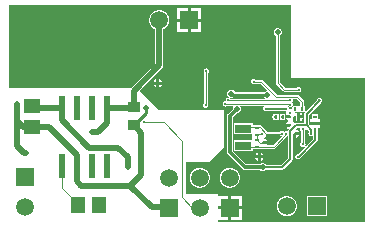
<source format=gbl>
G04*
G04 #@! TF.GenerationSoftware,Altium Limited,Altium Designer,19.0.4 (130)*
G04*
G04 Layer_Physical_Order=2*
G04 Layer_Color=16711680*
%FSLAX25Y25*%
%MOIN*%
G70*
G01*
G75*
%ADD10C,0.00787*%
%ADD12C,0.00492*%
%ADD13C,0.01000*%
%ADD17R,0.01181X0.01063*%
%ADD21R,0.01063X0.01181*%
%ADD67C,0.02000*%
%ADD71R,0.05906X0.05906*%
%ADD72C,0.05906*%
%ADD73R,0.05906X0.05906*%
%ADD74C,0.00984*%
%ADD75C,0.01968*%
%ADD76R,0.04724X0.05512*%
%ADD77R,0.05512X0.04724*%
%ADD78R,0.03858X0.03661*%
G04:AMPARAMS|DCode=79|XSize=77.56mil|YSize=23.23mil|CornerRadius=2.9mil|HoleSize=0mil|Usage=FLASHONLY|Rotation=90.000|XOffset=0mil|YOffset=0mil|HoleType=Round|Shape=RoundedRectangle|*
%AMROUNDEDRECTD79*
21,1,0.07756,0.01742,0,0,90.0*
21,1,0.07175,0.02323,0,0,90.0*
1,1,0.00581,0.00871,0.03588*
1,1,0.00581,0.00871,-0.03588*
1,1,0.00581,-0.00871,-0.03588*
1,1,0.00581,-0.00871,0.03588*
%
%ADD79ROUNDEDRECTD79*%
%ADD80R,0.05512X0.02953*%
%ADD81C,0.00800*%
%ADD82C,0.01181*%
G36*
X204468Y261894D02*
X229106D01*
Y213894D01*
X180000D01*
Y223000D01*
X169500D01*
Y225622D01*
Y233630D01*
X177130D01*
X182000Y238500D01*
Y251000D01*
X160500D01*
X154019Y257481D01*
X161485Y264947D01*
X161486Y264948D01*
X161509Y264971D01*
X161531Y264996D01*
X161553Y265020D01*
X161575Y265046D01*
X161596Y265072D01*
X161616Y265098D01*
X161635Y265125D01*
X161654Y265152D01*
X161672Y265179D01*
X161690Y265208D01*
X161707Y265236D01*
X161723Y265265D01*
X161739Y265294D01*
X161754Y265324D01*
X161768Y265354D01*
X161781Y265384D01*
X161794Y265415D01*
X161806Y265446D01*
X161817Y265477D01*
X161828Y265509D01*
X161837Y265540D01*
X161846Y265572D01*
X161855Y265604D01*
X161862Y265637D01*
X161869Y265669D01*
X161874Y265702D01*
X161880Y265735D01*
X161884Y265768D01*
X161888Y265801D01*
X161890Y265834D01*
X161892Y265867D01*
X161893Y265900D01*
X161894Y265933D01*
X161894Y265934D01*
Y277958D01*
X161899Y277960D01*
X161945Y277982D01*
X161992Y278004D01*
X162038Y278028D01*
X162083Y278052D01*
X162128Y278076D01*
X162173Y278102D01*
X162218Y278128D01*
X162262Y278155D01*
X162305Y278182D01*
X162348Y278210D01*
X162391Y278239D01*
X162434Y278269D01*
X162475Y278299D01*
X162517Y278329D01*
X162558Y278361D01*
X162598Y278393D01*
X162638Y278425D01*
X162677Y278459D01*
X162716Y278492D01*
X162755Y278527D01*
X162792Y278562D01*
X162830Y278597D01*
X162866Y278634D01*
X162902Y278670D01*
X162938Y278708D01*
X162973Y278745D01*
X163008Y278784D01*
X163041Y278823D01*
X163075Y278862D01*
X163107Y278902D01*
X163139Y278942D01*
X163171Y278983D01*
X163201Y279025D01*
X163231Y279066D01*
X163261Y279109D01*
X163290Y279152D01*
X163318Y279195D01*
X163345Y279238D01*
X163372Y279282D01*
X163398Y279327D01*
X163424Y279372D01*
X163448Y279417D01*
X163472Y279462D01*
X163496Y279508D01*
X163518Y279555D01*
X163540Y279601D01*
X163561Y279648D01*
X163582Y279696D01*
X163602Y279743D01*
X163621Y279791D01*
X163639Y279839D01*
X163656Y279888D01*
X163673Y279937D01*
X163689Y279985D01*
X163704Y280035D01*
X163719Y280084D01*
X163733Y280134D01*
X163745Y280184D01*
X163758Y280234D01*
X163769Y280284D01*
X163780Y280334D01*
X163790Y280385D01*
X163799Y280436D01*
X163807Y280487D01*
X163814Y280538D01*
X163821Y280589D01*
X163827Y280640D01*
X163832Y280691D01*
X163837Y280743D01*
X163840Y280794D01*
X163843Y280845D01*
X163845Y280897D01*
X163846Y280948D01*
X163847Y281000D01*
X163846Y281051D01*
X163845Y281103D01*
X163843Y281155D01*
X163840Y281206D01*
X163837Y281257D01*
X163832Y281309D01*
X163827Y281360D01*
X163821Y281411D01*
X163814Y281462D01*
X163807Y281513D01*
X163799Y281564D01*
X163790Y281615D01*
X163780Y281665D01*
X163769Y281716D01*
X163758Y281766D01*
X163745Y281816D01*
X163733Y281866D01*
X163719Y281916D01*
X163704Y281965D01*
X163689Y282014D01*
X163673Y282064D01*
X163656Y282112D01*
X163639Y282161D01*
X163621Y282209D01*
X163602Y282257D01*
X163582Y282304D01*
X163561Y282352D01*
X163540Y282399D01*
X163518Y282445D01*
X163496Y282492D01*
X163472Y282538D01*
X163448Y282583D01*
X163424Y282628D01*
X163398Y282673D01*
X163372Y282718D01*
X163345Y282762D01*
X163318Y282805D01*
X163290Y282849D01*
X163261Y282891D01*
X163231Y282934D01*
X163201Y282975D01*
X163171Y283017D01*
X163139Y283058D01*
X163107Y283098D01*
X163075Y283138D01*
X163041Y283177D01*
X163008Y283216D01*
X162973Y283255D01*
X162938Y283292D01*
X162902Y283330D01*
X162866Y283366D01*
X162830Y283402D01*
X162792Y283438D01*
X162755Y283473D01*
X162716Y283508D01*
X162677Y283541D01*
X162638Y283575D01*
X162598Y283607D01*
X162558Y283639D01*
X162517Y283671D01*
X162475Y283701D01*
X162434Y283731D01*
X162391Y283761D01*
X162348Y283790D01*
X162305Y283818D01*
X162262Y283845D01*
X162218Y283872D01*
X162173Y283898D01*
X162128Y283924D01*
X162083Y283948D01*
X162038Y283972D01*
X161992Y283996D01*
X161945Y284018D01*
X161899Y284040D01*
X161852Y284061D01*
X161804Y284082D01*
X161757Y284102D01*
X161709Y284121D01*
X161661Y284139D01*
X161612Y284156D01*
X161564Y284173D01*
X161514Y284189D01*
X161465Y284204D01*
X161416Y284219D01*
X161366Y284232D01*
X161316Y284245D01*
X161266Y284258D01*
X161216Y284269D01*
X161165Y284280D01*
X161115Y284290D01*
X161064Y284299D01*
X161013Y284307D01*
X160962Y284314D01*
X160911Y284321D01*
X160860Y284327D01*
X160809Y284332D01*
X160757Y284337D01*
X160706Y284340D01*
X160655Y284343D01*
X160603Y284345D01*
X160552Y284346D01*
X160500Y284347D01*
X160449Y284346D01*
X160397Y284345D01*
X160345Y284343D01*
X160294Y284340D01*
X160243Y284337D01*
X160191Y284332D01*
X160140Y284327D01*
X160089Y284321D01*
X160038Y284314D01*
X159987Y284307D01*
X159936Y284299D01*
X159885Y284290D01*
X159835Y284280D01*
X159784Y284269D01*
X159734Y284258D01*
X159684Y284245D01*
X159634Y284232D01*
X159584Y284219D01*
X159535Y284204D01*
X159485Y284189D01*
X159437Y284173D01*
X159388Y284156D01*
X159339Y284139D01*
X159291Y284121D01*
X159243Y284102D01*
X159196Y284082D01*
X159148Y284061D01*
X159101Y284040D01*
X159055Y284018D01*
X159008Y283996D01*
X158962Y283972D01*
X158917Y283948D01*
X158872Y283924D01*
X158827Y283898D01*
X158782Y283872D01*
X158738Y283845D01*
X158695Y283818D01*
X158651Y283790D01*
X158609Y283761D01*
X158566Y283731D01*
X158525Y283701D01*
X158483Y283671D01*
X158442Y283639D01*
X158402Y283607D01*
X158362Y283575D01*
X158323Y283541D01*
X158284Y283508D01*
X158245Y283473D01*
X158208Y283438D01*
X158170Y283402D01*
X158134Y283366D01*
X158098Y283330D01*
X158062Y283292D01*
X158027Y283255D01*
X157992Y283216D01*
X157959Y283177D01*
X157925Y283138D01*
X157893Y283098D01*
X157861Y283058D01*
X157829Y283017D01*
X157799Y282975D01*
X157769Y282934D01*
X157739Y282891D01*
X157710Y282849D01*
X157682Y282805D01*
X157655Y282762D01*
X157628Y282718D01*
X157602Y282673D01*
X157576Y282628D01*
X157552Y282583D01*
X157528Y282538D01*
X157504Y282492D01*
X157482Y282445D01*
X157460Y282399D01*
X157439Y282352D01*
X157418Y282304D01*
X157398Y282257D01*
X157379Y282209D01*
X157361Y282161D01*
X157344Y282112D01*
X157327Y282064D01*
X157311Y282014D01*
X157296Y281965D01*
X157281Y281916D01*
X157267Y281866D01*
X157255Y281816D01*
X157242Y281766D01*
X157231Y281716D01*
X157220Y281665D01*
X157210Y281615D01*
X157201Y281564D01*
X157193Y281513D01*
X157185Y281462D01*
X157179Y281411D01*
X157173Y281360D01*
X157168Y281309D01*
X157163Y281257D01*
X157160Y281206D01*
X157157Y281155D01*
X157155Y281103D01*
X157154Y281051D01*
X157153Y281000D01*
X157154Y280948D01*
X157155Y280897D01*
X157157Y280845D01*
X157160Y280794D01*
X157163Y280743D01*
X157168Y280691D01*
X157173Y280640D01*
X157179Y280589D01*
X157185Y280538D01*
X157193Y280487D01*
X157201Y280436D01*
X157210Y280385D01*
X157220Y280334D01*
X157231Y280284D01*
X157242Y280234D01*
X157255Y280184D01*
X157267Y280134D01*
X157281Y280084D01*
X157296Y280035D01*
X157311Y279985D01*
X157327Y279937D01*
X157344Y279888D01*
X157361Y279839D01*
X157379Y279791D01*
X157398Y279743D01*
X157418Y279696D01*
X157439Y279648D01*
X157460Y279601D01*
X157482Y279555D01*
X157504Y279508D01*
X157528Y279462D01*
X157552Y279417D01*
X157576Y279372D01*
X157602Y279327D01*
X157628Y279282D01*
X157655Y279238D01*
X157682Y279195D01*
X157710Y279152D01*
X157739Y279109D01*
X157769Y279066D01*
X157799Y279025D01*
X157829Y278983D01*
X157861Y278942D01*
X157893Y278902D01*
X157925Y278862D01*
X157959Y278823D01*
X157992Y278784D01*
X158027Y278745D01*
X158062Y278708D01*
X158098Y278670D01*
X158134Y278634D01*
X158170Y278597D01*
X158208Y278562D01*
X158245Y278527D01*
X158284Y278492D01*
X158323Y278459D01*
X158362Y278425D01*
X158402Y278393D01*
X158442Y278361D01*
X158483Y278329D01*
X158525Y278299D01*
X158566Y278269D01*
X158609Y278239D01*
X158651Y278210D01*
X158695Y278182D01*
X158738Y278155D01*
X158782Y278128D01*
X158827Y278102D01*
X158872Y278076D01*
X158917Y278052D01*
X158962Y278028D01*
X159008Y278004D01*
X159055Y277982D01*
X159101Y277960D01*
X159106Y277958D01*
Y266510D01*
X151096Y258500D01*
X110394D01*
Y286106D01*
X204468D01*
Y261894D01*
D02*
G37*
%LPC*%
G36*
X174453Y284953D02*
X171000D01*
Y281500D01*
X174453D01*
Y284953D01*
D02*
G37*
G36*
X170000D02*
X166547D01*
Y281500D01*
X170000D01*
Y284953D01*
D02*
G37*
G36*
X174453Y280500D02*
X171000D01*
Y277047D01*
X174453D01*
Y280500D01*
D02*
G37*
G36*
X170000D02*
X166547D01*
Y277047D01*
X170000D01*
Y280500D01*
D02*
G37*
G36*
X160500Y261437D02*
Y260531D01*
X161406D01*
X161404Y260538D01*
X161391Y260571D01*
X161379Y260603D01*
X161365Y260634D01*
X161351Y260666D01*
X161336Y260697D01*
X161320Y260727D01*
X161304Y260758D01*
X161286Y260788D01*
X161269Y260817D01*
X161250Y260846D01*
X161231Y260875D01*
X161211Y260903D01*
X161191Y260931D01*
X161170Y260958D01*
X161148Y260985D01*
X161126Y261011D01*
X161103Y261037D01*
X161079Y261062D01*
X161055Y261087D01*
X161030Y261111D01*
X161005Y261134D01*
X160980Y261157D01*
X160953Y261179D01*
X160926Y261201D01*
X160899Y261222D01*
X160872Y261243D01*
X160843Y261263D01*
X160815Y261282D01*
X160785Y261300D01*
X160756Y261318D01*
X160726Y261335D01*
X160696Y261352D01*
X160665Y261367D01*
X160634Y261382D01*
X160603Y261397D01*
X160571Y261410D01*
X160539Y261423D01*
X160507Y261435D01*
X160500Y261437D01*
D02*
G37*
G36*
X159500D02*
X159493Y261435D01*
X159461Y261423D01*
X159429Y261410D01*
X159397Y261397D01*
X159366Y261382D01*
X159335Y261367D01*
X159304Y261352D01*
X159274Y261335D01*
X159244Y261318D01*
X159214Y261300D01*
X159185Y261282D01*
X159157Y261263D01*
X159128Y261243D01*
X159101Y261222D01*
X159073Y261201D01*
X159047Y261179D01*
X159020Y261157D01*
X158995Y261134D01*
X158969Y261111D01*
X158945Y261087D01*
X158921Y261062D01*
X158897Y261037D01*
X158874Y261011D01*
X158852Y260985D01*
X158830Y260958D01*
X158809Y260931D01*
X158789Y260903D01*
X158769Y260875D01*
X158750Y260846D01*
X158731Y260817D01*
X158713Y260788D01*
X158696Y260758D01*
X158680Y260727D01*
X158664Y260697D01*
X158649Y260666D01*
X158635Y260634D01*
X158621Y260603D01*
X158608Y260571D01*
X158597Y260538D01*
X158594Y260531D01*
X159500D01*
Y261437D01*
D02*
G37*
G36*
X161406Y259531D02*
X160500D01*
Y258626D01*
X160507Y258628D01*
X160539Y258640D01*
X160571Y258653D01*
X160603Y258666D01*
X160634Y258681D01*
X160665Y258696D01*
X160696Y258711D01*
X160726Y258728D01*
X160756Y258745D01*
X160785Y258763D01*
X160815Y258781D01*
X160843Y258800D01*
X160872Y258820D01*
X160899Y258841D01*
X160926Y258862D01*
X160953Y258884D01*
X160980Y258906D01*
X161005Y258929D01*
X161030Y258952D01*
X161055Y258976D01*
X161079Y259001D01*
X161103Y259026D01*
X161126Y259052D01*
X161148Y259078D01*
X161170Y259105D01*
X161191Y259132D01*
X161211Y259160D01*
X161231Y259188D01*
X161250Y259217D01*
X161269Y259246D01*
X161286Y259276D01*
X161304Y259305D01*
X161320Y259336D01*
X161336Y259366D01*
X161351Y259397D01*
X161365Y259429D01*
X161379Y259460D01*
X161391Y259492D01*
X161404Y259525D01*
X161406Y259531D01*
D02*
G37*
G36*
X159500D02*
X158594D01*
X158597Y259525D01*
X158608Y259492D01*
X158621Y259460D01*
X158635Y259429D01*
X158649Y259397D01*
X158664Y259366D01*
X158680Y259336D01*
X158696Y259305D01*
X158713Y259276D01*
X158731Y259246D01*
X158750Y259217D01*
X158769Y259188D01*
X158789Y259160D01*
X158809Y259132D01*
X158830Y259105D01*
X158852Y259078D01*
X158874Y259052D01*
X158897Y259026D01*
X158921Y259001D01*
X158945Y258976D01*
X158969Y258952D01*
X158995Y258929D01*
X159020Y258906D01*
X159047Y258884D01*
X159073Y258862D01*
X159101Y258841D01*
X159128Y258820D01*
X159157Y258800D01*
X159185Y258781D01*
X159214Y258763D01*
X159244Y258745D01*
X159274Y258728D01*
X159304Y258711D01*
X159335Y258696D01*
X159366Y258681D01*
X159397Y258666D01*
X159429Y258653D01*
X159461Y258640D01*
X159493Y258628D01*
X159500Y258626D01*
Y259531D01*
D02*
G37*
G36*
X192000Y261386D02*
X191974Y261385D01*
X191948Y261384D01*
X191923Y261383D01*
X191897Y261380D01*
X191872Y261377D01*
X191846Y261372D01*
X191821Y261368D01*
X191796Y261362D01*
X191771Y261356D01*
X191746Y261349D01*
X191721Y261341D01*
X191697Y261333D01*
X191673Y261323D01*
X191649Y261314D01*
X191626Y261303D01*
X191602Y261292D01*
X191579Y261280D01*
X191557Y261267D01*
X191535Y261254D01*
X191513Y261240D01*
X191492Y261226D01*
X191471Y261211D01*
X191451Y261195D01*
X191430Y261179D01*
X191411Y261162D01*
X191392Y261144D01*
X191374Y261126D01*
X191356Y261108D01*
X191338Y261089D01*
X191321Y261069D01*
X191305Y261050D01*
X191289Y261029D01*
X191274Y261008D01*
X191260Y260987D01*
X191246Y260965D01*
X191233Y260943D01*
X191220Y260920D01*
X191208Y260898D01*
X191197Y260874D01*
X191186Y260851D01*
X191177Y260827D01*
X191167Y260803D01*
X191159Y260779D01*
X191151Y260754D01*
X191144Y260729D01*
X191138Y260704D01*
X191132Y260679D01*
X191128Y260654D01*
X191123Y260628D01*
X191120Y260603D01*
X191118Y260577D01*
X191116Y260552D01*
X191114Y260526D01*
X191114Y260500D01*
X191114Y260474D01*
X191116Y260449D01*
X191118Y260423D01*
X191120Y260397D01*
X191123Y260372D01*
X191128Y260346D01*
X191132Y260321D01*
X191138Y260296D01*
X191144Y260271D01*
X191151Y260246D01*
X191159Y260221D01*
X191167Y260197D01*
X191177Y260173D01*
X191186Y260149D01*
X191197Y260126D01*
X191208Y260102D01*
X191220Y260080D01*
X191233Y260057D01*
X191246Y260035D01*
X191260Y260013D01*
X191274Y259992D01*
X191289Y259971D01*
X191305Y259950D01*
X191321Y259930D01*
X191338Y259911D01*
X191356Y259892D01*
X191374Y259874D01*
X191392Y259856D01*
X191411Y259838D01*
X191430Y259821D01*
X191451Y259805D01*
X191471Y259789D01*
X191492Y259774D01*
X191513Y259760D01*
X191535Y259746D01*
X191557Y259733D01*
X191579Y259720D01*
X191602Y259708D01*
X191626Y259697D01*
X191649Y259686D01*
X191673Y259677D01*
X191697Y259667D01*
X191721Y259659D01*
X191746Y259651D01*
X191771Y259644D01*
X191796Y259638D01*
X191821Y259632D01*
X191846Y259628D01*
X191872Y259623D01*
X191897Y259620D01*
X191923Y259617D01*
X191948Y259616D01*
X191974Y259614D01*
X192000Y259614D01*
X192026Y259614D01*
X192051Y259616D01*
X192077Y259617D01*
X192103Y259620D01*
X192128Y259623D01*
X192154Y259628D01*
X192179Y259632D01*
X192204Y259638D01*
X192229Y259644D01*
X192254Y259651D01*
X192279Y259659D01*
X192303Y259667D01*
X192327Y259677D01*
X192351Y259686D01*
X192374Y259697D01*
X192398Y259708D01*
X192420Y259720D01*
X192443Y259733D01*
X192465Y259746D01*
X192487Y259760D01*
X192508Y259774D01*
X192529Y259789D01*
X192550Y259805D01*
X192569Y259821D01*
X192589Y259838D01*
X192608Y259856D01*
X192613Y259860D01*
X194235D01*
X196722Y257373D01*
X196716Y257361D01*
X196696Y257364D01*
X196664Y257368D01*
X196631Y257372D01*
X196598Y257375D01*
X196566Y257377D01*
X196533Y257378D01*
X196500Y257378D01*
X196467Y257378D01*
X196434Y257377D01*
X196402Y257375D01*
X196369Y257372D01*
X196336Y257368D01*
X196304Y257364D01*
X196272Y257359D01*
X196239Y257353D01*
X196207Y257347D01*
X196175Y257339D01*
X196143Y257331D01*
X196112Y257322D01*
X196080Y257313D01*
X196049Y257302D01*
X196018Y257291D01*
X195988Y257279D01*
X195958Y257267D01*
X195928Y257254D01*
X195898Y257240D01*
X195869Y257225D01*
X195840Y257209D01*
X195811Y257193D01*
X195783Y257177D01*
X195755Y257159D01*
X195731Y257144D01*
X185718D01*
X185710Y257160D01*
X185693Y257189D01*
X185677Y257217D01*
X185659Y257245D01*
X185641Y257272D01*
X185623Y257299D01*
X185603Y257326D01*
X185583Y257352D01*
X185563Y257377D01*
X185541Y257402D01*
X185520Y257427D01*
X185497Y257451D01*
X185474Y257474D01*
X185451Y257497D01*
X185427Y257520D01*
X185402Y257541D01*
X185377Y257563D01*
X185352Y257583D01*
X185326Y257603D01*
X185299Y257623D01*
X185272Y257641D01*
X185245Y257659D01*
X185217Y257677D01*
X185189Y257693D01*
X185160Y257710D01*
X185132Y257725D01*
X185102Y257739D01*
X185073Y257753D01*
X185043Y257767D01*
X185012Y257779D01*
X184982Y257791D01*
X184951Y257802D01*
X184920Y257813D01*
X184888Y257822D01*
X184857Y257831D01*
X184825Y257839D01*
X184793Y257847D01*
X184761Y257853D01*
X184729Y257859D01*
X184696Y257864D01*
X184664Y257868D01*
X184631Y257872D01*
X184598Y257874D01*
X184566Y257876D01*
X184533Y257878D01*
X184500Y257878D01*
X184467Y257878D01*
X184434Y257876D01*
X184402Y257874D01*
X184369Y257872D01*
X184336Y257868D01*
X184304Y257864D01*
X184272Y257859D01*
X184239Y257853D01*
X184207Y257847D01*
X184175Y257839D01*
X184143Y257831D01*
X184112Y257822D01*
X184080Y257813D01*
X184049Y257802D01*
X184018Y257791D01*
X183988Y257779D01*
X183958Y257767D01*
X183928Y257753D01*
X183898Y257739D01*
X183869Y257725D01*
X183840Y257710D01*
X183811Y257693D01*
X183783Y257677D01*
X183755Y257659D01*
X183728Y257641D01*
X183701Y257623D01*
X183674Y257603D01*
X183648Y257583D01*
X183623Y257563D01*
X183598Y257541D01*
X183573Y257520D01*
X183549Y257497D01*
X183526Y257474D01*
X183503Y257451D01*
X183480Y257427D01*
X183458Y257402D01*
X183437Y257377D01*
X183417Y257352D01*
X183397Y257326D01*
X183378Y257299D01*
X183359Y257272D01*
X183341Y257245D01*
X183323Y257217D01*
X183307Y257189D01*
X183291Y257160D01*
X183275Y257132D01*
X183261Y257102D01*
X183247Y257072D01*
X183233Y257043D01*
X183221Y257012D01*
X183209Y256982D01*
X183198Y256951D01*
X183187Y256920D01*
X183178Y256888D01*
X183169Y256857D01*
X183161Y256825D01*
X183153Y256793D01*
X183147Y256761D01*
X183141Y256729D01*
X183136Y256696D01*
X183132Y256664D01*
X183128Y256631D01*
X183125Y256598D01*
X183124Y256566D01*
X183122Y256533D01*
X183122Y256500D01*
X183122Y256467D01*
X183124Y256434D01*
X183125Y256402D01*
X183128Y256369D01*
X183132Y256336D01*
X183136Y256304D01*
X183141Y256272D01*
X183147Y256239D01*
X183153Y256207D01*
X183161Y256175D01*
X183169Y256143D01*
X183178Y256112D01*
X183187Y256080D01*
X183198Y256049D01*
X183209Y256018D01*
X183221Y255988D01*
X183233Y255958D01*
X183247Y255927D01*
X183261Y255898D01*
X183275Y255869D01*
X183291Y255840D01*
X183307Y255811D01*
X183323Y255783D01*
X183341Y255755D01*
X183359Y255728D01*
X183378Y255701D01*
X183397Y255674D01*
X183417Y255648D01*
X183437Y255623D01*
X183458Y255598D01*
X183480Y255573D01*
X183503Y255549D01*
X183526Y255526D01*
X183549Y255503D01*
X183573Y255480D01*
X183598Y255458D01*
X183623Y255437D01*
X183648Y255417D01*
X183674Y255397D01*
X183701Y255378D01*
X183728Y255359D01*
X183755Y255341D01*
X183783Y255323D01*
X183811Y255307D01*
X183840Y255291D01*
X183869Y255275D01*
X183898Y255260D01*
X183928Y255246D01*
X183958Y255233D01*
X183988Y255221D01*
X184018Y255209D01*
X184049Y255198D01*
X184080Y255187D01*
X184112Y255178D01*
X184143Y255169D01*
X184175Y255161D01*
X184207Y255153D01*
X184239Y255147D01*
X184272Y255141D01*
X184304Y255136D01*
X184336Y255132D01*
X184369Y255128D01*
X184402Y255125D01*
X184434Y255123D01*
X184467Y255122D01*
X184500Y255122D01*
X184533Y255122D01*
X184566Y255123D01*
X184598Y255125D01*
X184631Y255128D01*
X184664Y255132D01*
X184696Y255136D01*
X184729Y255141D01*
X184761Y255147D01*
X184793Y255153D01*
X184825Y255161D01*
X184857Y255169D01*
X184888Y255178D01*
X184920Y255187D01*
X184951Y255198D01*
X184982Y255209D01*
X185012Y255221D01*
X185043Y255233D01*
X185073Y255246D01*
X185102Y255260D01*
X185132Y255275D01*
X185160Y255291D01*
X185189Y255307D01*
X185217Y255323D01*
X185245Y255341D01*
X185268Y255356D01*
X195282D01*
X195291Y255340D01*
X195307Y255311D01*
X195323Y255283D01*
X195341Y255255D01*
X195359Y255228D01*
X195378Y255201D01*
X195397Y255174D01*
X195417Y255148D01*
X195437Y255123D01*
X195458Y255098D01*
X195480Y255073D01*
X195503Y255049D01*
X195526Y255026D01*
X195549Y255003D01*
X195573Y254980D01*
X195598Y254959D01*
X195623Y254937D01*
X195644Y254920D01*
X195639Y254908D01*
X184113D01*
X184108Y254912D01*
X184089Y254929D01*
X184070Y254946D01*
X184049Y254963D01*
X184029Y254978D01*
X184008Y254993D01*
X183987Y255008D01*
X183965Y255022D01*
X183943Y255035D01*
X183921Y255047D01*
X183898Y255059D01*
X183874Y255071D01*
X183851Y255081D01*
X183827Y255091D01*
X183803Y255100D01*
X183779Y255109D01*
X183754Y255116D01*
X183729Y255123D01*
X183704Y255130D01*
X183679Y255135D01*
X183654Y255140D01*
X183628Y255144D01*
X183603Y255148D01*
X183577Y255150D01*
X183552Y255152D01*
X183526Y255153D01*
X183500Y255154D01*
X183474Y255153D01*
X183449Y255152D01*
X183423Y255150D01*
X183397Y255148D01*
X183372Y255144D01*
X183346Y255140D01*
X183321Y255135D01*
X183296Y255130D01*
X183271Y255123D01*
X183246Y255116D01*
X183221Y255109D01*
X183197Y255100D01*
X183173Y255091D01*
X183149Y255081D01*
X183126Y255071D01*
X183102Y255059D01*
X183080Y255047D01*
X183057Y255035D01*
X183035Y255022D01*
X183013Y255008D01*
X182992Y254993D01*
X182971Y254978D01*
X182950Y254963D01*
X182931Y254946D01*
X182911Y254929D01*
X182892Y254912D01*
X182874Y254894D01*
X182856Y254876D01*
X182838Y254857D01*
X182821Y254837D01*
X182805Y254817D01*
X182789Y254797D01*
X182774Y254776D01*
X182760Y254754D01*
X182746Y254733D01*
X182733Y254711D01*
X182720Y254688D01*
X182708Y254665D01*
X182697Y254642D01*
X182686Y254619D01*
X182677Y254595D01*
X182668Y254571D01*
X182659Y254546D01*
X182651Y254522D01*
X182644Y254497D01*
X182638Y254472D01*
X182632Y254447D01*
X182627Y254422D01*
X182623Y254396D01*
X182620Y254371D01*
X182617Y254345D01*
X182616Y254319D01*
X182615Y254293D01*
X182614Y254268D01*
X182615Y254242D01*
X182616Y254216D01*
X182617Y254190D01*
X182620Y254165D01*
X182623Y254139D01*
X182627Y254114D01*
X182632Y254089D01*
X182638Y254063D01*
X182644Y254038D01*
X182651Y254014D01*
X182653Y254010D01*
X182643Y253998D01*
X182628Y254001D01*
X182603Y254004D01*
X182577Y254007D01*
X182552Y254008D01*
X182526Y254010D01*
X182500Y254010D01*
X182474Y254010D01*
X182448Y254008D01*
X182423Y254007D01*
X182397Y254004D01*
X182372Y254001D01*
X182346Y253996D01*
X182321Y253992D01*
X182296Y253986D01*
X182271Y253980D01*
X182246Y253973D01*
X182221Y253965D01*
X182197Y253957D01*
X182173Y253947D01*
X182149Y253938D01*
X182126Y253927D01*
X182102Y253916D01*
X182080Y253904D01*
X182057Y253891D01*
X182035Y253878D01*
X182013Y253864D01*
X181992Y253850D01*
X181971Y253835D01*
X181950Y253819D01*
X181930Y253803D01*
X181911Y253786D01*
X181892Y253768D01*
X181874Y253750D01*
X181856Y253732D01*
X181838Y253713D01*
X181821Y253694D01*
X181805Y253674D01*
X181789Y253653D01*
X181774Y253632D01*
X181760Y253611D01*
X181746Y253589D01*
X181733Y253567D01*
X181720Y253544D01*
X181708Y253522D01*
X181697Y253498D01*
X181686Y253475D01*
X181677Y253451D01*
X181667Y253427D01*
X181659Y253403D01*
X181651Y253378D01*
X181644Y253353D01*
X181638Y253328D01*
X181632Y253303D01*
X181628Y253278D01*
X181623Y253252D01*
X181620Y253227D01*
X181617Y253201D01*
X181616Y253175D01*
X181614Y253150D01*
X181614Y253124D01*
X181614Y253098D01*
X181616Y253073D01*
X181617Y253047D01*
X181620Y253021D01*
X181623Y252996D01*
X181628Y252970D01*
X181632Y252945D01*
X181638Y252920D01*
X181644Y252895D01*
X181651Y252870D01*
X181659Y252845D01*
X181667Y252821D01*
X181677Y252797D01*
X181686Y252773D01*
X181697Y252750D01*
X181708Y252726D01*
X181720Y252704D01*
X181733Y252681D01*
X181746Y252659D01*
X181760Y252637D01*
X181774Y252616D01*
X181789Y252595D01*
X181805Y252574D01*
X181821Y252555D01*
X181838Y252535D01*
X181856Y252516D01*
X181874Y252498D01*
X181892Y252480D01*
X181911Y252462D01*
X181930Y252445D01*
X181950Y252429D01*
X181971Y252413D01*
X181992Y252398D01*
X182013Y252384D01*
X182035Y252370D01*
X182057Y252357D01*
X182080Y252344D01*
X182102Y252332D01*
X182126Y252321D01*
X182149Y252311D01*
X182173Y252301D01*
X182197Y252291D01*
X182221Y252283D01*
X182246Y252275D01*
X182271Y252268D01*
X182296Y252262D01*
X182321Y252256D01*
X182346Y252252D01*
X182372Y252248D01*
X182397Y252244D01*
X182423Y252241D01*
X182448Y252240D01*
X182474Y252238D01*
X182500Y252238D01*
X182526Y252238D01*
X182552Y252240D01*
X182577Y252241D01*
X182603Y252244D01*
X182628Y252248D01*
X182654Y252252D01*
X182679Y252256D01*
X182704Y252262D01*
X182729Y252268D01*
X182754Y252275D01*
X182779Y252283D01*
X182803Y252291D01*
X182827Y252301D01*
X182851Y252311D01*
X182874Y252321D01*
X182898Y252332D01*
X182921Y252344D01*
X182943Y252357D01*
X182965Y252370D01*
X182987Y252384D01*
X183008Y252398D01*
X183029Y252413D01*
X183049Y252429D01*
X183070Y252445D01*
X183089Y252462D01*
X183108Y252480D01*
X183113Y252484D01*
X185361D01*
X185365Y252471D01*
X185345Y252451D01*
X185323Y252427D01*
X185301Y252402D01*
X185280Y252377D01*
X185259Y252352D01*
X185239Y252326D01*
X185220Y252299D01*
X185201Y252272D01*
X185183Y252245D01*
X185166Y252217D01*
X185149Y252189D01*
X185133Y252160D01*
X185118Y252132D01*
X185103Y252102D01*
X185089Y252073D01*
X185076Y252043D01*
X185063Y252012D01*
X185051Y251982D01*
X185040Y251951D01*
X185030Y251920D01*
X185020Y251888D01*
X185011Y251857D01*
X185003Y251825D01*
X184996Y251793D01*
X184989Y251761D01*
X184984Y251729D01*
X184978Y251696D01*
X184974Y251664D01*
X184971Y251631D01*
X184968Y251598D01*
X184966Y251566D01*
X184965Y251533D01*
X184965Y251514D01*
X183304Y249853D01*
X183285Y249834D01*
X183266Y249813D01*
X183248Y249793D01*
X183230Y249771D01*
X183213Y249749D01*
X183197Y249727D01*
X183182Y249704D01*
X183167Y249681D01*
X183152Y249658D01*
X183139Y249634D01*
X183125Y249609D01*
X183113Y249585D01*
X183101Y249559D01*
X183091Y249534D01*
X183080Y249509D01*
X183071Y249483D01*
X183062Y249456D01*
X183054Y249430D01*
X183047Y249403D01*
X183040Y249377D01*
X183035Y249349D01*
X183029Y249322D01*
X183025Y249295D01*
X183022Y249268D01*
X183019Y249240D01*
X183017Y249213D01*
X183016Y249185D01*
X183016Y249158D01*
Y237000D01*
X183016Y236972D01*
X183017Y236945D01*
X183019Y236917D01*
X183022Y236890D01*
X183025Y236862D01*
X183029Y236835D01*
X183035Y236808D01*
X183040Y236781D01*
X183047Y236754D01*
X183054Y236727D01*
X183062Y236701D01*
X183071Y236675D01*
X183080Y236649D01*
X183091Y236623D01*
X183101Y236598D01*
X183113Y236573D01*
X183125Y236548D01*
X183139Y236524D01*
X183152Y236500D01*
X183167Y236476D01*
X183182Y236453D01*
X183197Y236430D01*
X183213Y236408D01*
X183230Y236386D01*
X183248Y236365D01*
X183266Y236344D01*
X183285Y236324D01*
X183304Y236304D01*
X188304Y231304D01*
X188324Y231285D01*
X188344Y231266D01*
X188365Y231248D01*
X188386Y231230D01*
X188408Y231213D01*
X188430Y231197D01*
X188453Y231182D01*
X188476Y231167D01*
X188500Y231152D01*
X188524Y231138D01*
X188548Y231125D01*
X188573Y231113D01*
X188598Y231101D01*
X188623Y231091D01*
X188649Y231080D01*
X188675Y231071D01*
X188701Y231062D01*
X188727Y231054D01*
X188754Y231047D01*
X188781Y231040D01*
X188808Y231035D01*
X188835Y231030D01*
X188862Y231025D01*
X188890Y231022D01*
X188917Y231019D01*
X188945Y231017D01*
X188972Y231016D01*
X189000Y231016D01*
X194036D01*
X194049Y231003D01*
X194073Y230980D01*
X194098Y230959D01*
X194123Y230937D01*
X194148Y230917D01*
X194174Y230897D01*
X194201Y230877D01*
X194228Y230859D01*
X194255Y230841D01*
X194283Y230823D01*
X194311Y230807D01*
X194340Y230790D01*
X194369Y230775D01*
X194398Y230761D01*
X194428Y230747D01*
X194457Y230733D01*
X194488Y230721D01*
X194518Y230709D01*
X194549Y230698D01*
X194580Y230687D01*
X194612Y230678D01*
X194643Y230669D01*
X194675Y230661D01*
X194707Y230653D01*
X194739Y230647D01*
X194772Y230641D01*
X194804Y230636D01*
X194836Y230632D01*
X194869Y230628D01*
X194902Y230626D01*
X194934Y230624D01*
X194967Y230622D01*
X195000Y230622D01*
X195033Y230622D01*
X195066Y230624D01*
X195098Y230626D01*
X195131Y230628D01*
X195164Y230632D01*
X195196Y230636D01*
X195229Y230641D01*
X195261Y230647D01*
X195293Y230653D01*
X195325Y230661D01*
X195357Y230669D01*
X195388Y230678D01*
X195420Y230687D01*
X195451Y230698D01*
X195482Y230709D01*
X195512Y230721D01*
X195543Y230733D01*
X195572Y230747D01*
X195602Y230761D01*
X195632Y230775D01*
X195660Y230790D01*
X195689Y230807D01*
X195717Y230823D01*
X195745Y230841D01*
X195772Y230859D01*
X195799Y230877D01*
X195826Y230897D01*
X195852Y230917D01*
X195877Y230937D01*
X195902Y230959D01*
X195927Y230980D01*
X195951Y231003D01*
X195974Y231026D01*
X195997Y231049D01*
X196020Y231073D01*
X196042Y231098D01*
X196063Y231123D01*
X196083Y231148D01*
X196103Y231174D01*
X196123Y231201D01*
X196131Y231212D01*
X201500D01*
X201525Y231213D01*
X201550Y231214D01*
X201574Y231216D01*
X201599Y231219D01*
X201623Y231222D01*
X201648Y231226D01*
X201672Y231231D01*
X201696Y231237D01*
X201720Y231244D01*
X201743Y231251D01*
X201767Y231259D01*
X201790Y231268D01*
X201813Y231277D01*
X201835Y231287D01*
X201857Y231298D01*
X201879Y231310D01*
X201901Y231322D01*
X201922Y231335D01*
X201943Y231349D01*
X201963Y231363D01*
X201983Y231378D01*
X202002Y231393D01*
X202021Y231409D01*
X202039Y231426D01*
X202057Y231443D01*
X204801Y234187D01*
X204818Y234205D01*
X204835Y234223D01*
X204851Y234242D01*
X204866Y234261D01*
X204881Y234281D01*
X204895Y234301D01*
X204909Y234322D01*
X204922Y234343D01*
X204934Y234365D01*
X204946Y234387D01*
X204957Y234409D01*
X204967Y234431D01*
X204976Y234454D01*
X204985Y234477D01*
X204993Y234501D01*
X205000Y234524D01*
X205007Y234548D01*
X205013Y234572D01*
X205018Y234596D01*
X205022Y234621D01*
X205025Y234645D01*
X205028Y234670D01*
X205030Y234695D01*
X205031Y234719D01*
X205032Y234744D01*
X205032Y234745D01*
Y241862D01*
X205042Y241869D01*
X205051Y241865D01*
X205083Y241853D01*
X205115Y241841D01*
X205122Y241838D01*
Y243125D01*
X205124Y243141D01*
X205127Y243167D01*
X205129Y243193D01*
X205130Y243218D01*
X205130Y243244D01*
X205622D01*
Y243744D01*
X207028D01*
X207026Y243751D01*
X207014Y243783D01*
X207001Y243815D01*
X206987Y243847D01*
X206973Y243878D01*
X206958Y243909D01*
X206942Y243940D01*
X206926Y243970D01*
X206909Y244000D01*
X206891Y244030D01*
X206872Y244059D01*
X206853Y244087D01*
X206833Y244116D01*
X206813Y244143D01*
X206792Y244171D01*
X206770Y244197D01*
X206748Y244224D01*
X206725Y244249D01*
X206701Y244275D01*
X206677Y244299D01*
X206653Y244323D01*
X206627Y244347D01*
X206602Y244370D01*
X206575Y244392D01*
X206549Y244414D01*
X206521Y244435D01*
X206494Y244455D01*
X206465Y244475D01*
X206437Y244494D01*
X206408Y244513D01*
X206378Y244531D01*
X206348Y244548D01*
X206318Y244564D01*
X206287Y244580D01*
X206256Y244595D01*
X206225Y244609D01*
X206193Y244623D01*
X206161Y244636D01*
X206129Y244648D01*
X206096Y244659D01*
X206064Y244670D01*
X206030Y244679D01*
X205997Y244688D01*
X205983Y244692D01*
X205979Y244704D01*
X206488Y245213D01*
X207701D01*
X207706Y245200D01*
X207699Y245192D01*
X207683Y245171D01*
X207667Y245151D01*
X207652Y245130D01*
X207638Y245109D01*
X207624Y245087D01*
X207611Y245065D01*
X207598Y245042D01*
X207586Y245020D01*
X207575Y244997D01*
X207564Y244973D01*
X207555Y244949D01*
X207545Y244925D01*
X207537Y244901D01*
X207529Y244876D01*
X207522Y244851D01*
X207516Y244826D01*
X207510Y244801D01*
X207505Y244776D01*
X207501Y244750D01*
X207498Y244725D01*
X207495Y244699D01*
X207493Y244674D01*
X207492Y244648D01*
X207492Y244622D01*
X207492Y244596D01*
X207493Y244570D01*
X207495Y244545D01*
X207498Y244519D01*
X207501Y244494D01*
X207505Y244468D01*
X207510Y244443D01*
X207516Y244418D01*
X207522Y244393D01*
X207529Y244368D01*
X207537Y244343D01*
X207545Y244319D01*
X207555Y244295D01*
X207564Y244271D01*
X207575Y244248D01*
X207586Y244224D01*
X207598Y244202D01*
X207611Y244179D01*
X207624Y244157D01*
X207638Y244135D01*
X207652Y244114D01*
X207667Y244093D01*
X207683Y244073D01*
X207699Y244053D01*
X207716Y244033D01*
X207734Y244014D01*
X207738Y244009D01*
Y240235D01*
X207734Y240230D01*
X207716Y240211D01*
X207699Y240192D01*
X207683Y240172D01*
X207667Y240151D01*
X207652Y240130D01*
X207638Y240109D01*
X207624Y240087D01*
X207611Y240065D01*
X207598Y240042D01*
X207586Y240020D01*
X207575Y239997D01*
X207564Y239973D01*
X207555Y239949D01*
X207545Y239925D01*
X207537Y239901D01*
X207529Y239876D01*
X207522Y239851D01*
X207516Y239826D01*
X207510Y239801D01*
X207505Y239776D01*
X207501Y239751D01*
X207498Y239725D01*
X207495Y239699D01*
X207493Y239674D01*
X207492Y239648D01*
X207492Y239622D01*
X207492Y239596D01*
X207493Y239570D01*
X207495Y239545D01*
X207498Y239519D01*
X207501Y239494D01*
X207505Y239468D01*
X207510Y239443D01*
X207516Y239418D01*
X207522Y239393D01*
X207529Y239368D01*
X207537Y239343D01*
X207545Y239319D01*
X207555Y239295D01*
X207564Y239271D01*
X207575Y239248D01*
X207586Y239224D01*
X207598Y239202D01*
X207611Y239179D01*
X207624Y239157D01*
X207638Y239135D01*
X207652Y239114D01*
X207667Y239093D01*
X207683Y239073D01*
X207699Y239053D01*
X207716Y239033D01*
X207734Y239014D01*
X207751Y238996D01*
X207770Y238978D01*
X207789Y238960D01*
X207808Y238943D01*
X207828Y238927D01*
X207849Y238911D01*
X207870Y238896D01*
X207891Y238882D01*
X207913Y238868D01*
X207935Y238855D01*
X207958Y238842D01*
X207980Y238830D01*
X208003Y238819D01*
X208027Y238809D01*
X208051Y238799D01*
X208075Y238790D01*
X208099Y238781D01*
X208124Y238773D01*
X208149Y238766D01*
X208174Y238760D01*
X208199Y238754D01*
X208224Y238750D01*
X208249Y238745D01*
X208275Y238742D01*
X208301Y238739D01*
X208326Y238738D01*
X208352Y238737D01*
X208378Y238736D01*
X208404Y238737D01*
X208430Y238738D01*
X208455Y238739D01*
X208481Y238742D01*
X208506Y238745D01*
X208532Y238750D01*
X208557Y238754D01*
X208582Y238760D01*
X208607Y238766D01*
X208632Y238773D01*
X208657Y238781D01*
X208681Y238790D01*
X208705Y238799D01*
X208729Y238809D01*
X208752Y238819D01*
X208776Y238830D01*
X208798Y238842D01*
X208821Y238855D01*
X208843Y238868D01*
X208865Y238882D01*
X208886Y238896D01*
X208907Y238911D01*
X208927Y238927D01*
X208947Y238943D01*
X208967Y238960D01*
X208986Y238978D01*
X209004Y238996D01*
X209022Y239014D01*
X209040Y239033D01*
X209057Y239053D01*
X209073Y239073D01*
X209089Y239093D01*
X209104Y239114D01*
X209118Y239135D01*
X209132Y239157D01*
X209145Y239179D01*
X209158Y239202D01*
X209170Y239224D01*
X209181Y239248D01*
X209191Y239271D01*
X209201Y239295D01*
X209210Y239319D01*
X209219Y239343D01*
X209227Y239368D01*
X209234Y239393D01*
X209240Y239418D01*
X209246Y239443D01*
X209250Y239468D01*
X209255Y239494D01*
X209258Y239519D01*
X209261Y239545D01*
X209262Y239570D01*
X209263Y239596D01*
X209264Y239622D01*
X209263Y239648D01*
X209262Y239674D01*
X209261Y239699D01*
X209258Y239725D01*
X209255Y239751D01*
X209250Y239776D01*
X209246Y239801D01*
X209240Y239826D01*
X209234Y239851D01*
X209227Y239876D01*
X209219Y239901D01*
X209210Y239925D01*
X209201Y239949D01*
X209191Y239973D01*
X209181Y239997D01*
X209170Y240020D01*
X209158Y240042D01*
X209145Y240065D01*
X209132Y240087D01*
X209118Y240109D01*
X209104Y240130D01*
X209089Y240151D01*
X209073Y240172D01*
X209057Y240192D01*
X209040Y240211D01*
X209022Y240230D01*
X209018Y240235D01*
Y244009D01*
X209022Y244014D01*
X209040Y244033D01*
X209057Y244053D01*
X209073Y244073D01*
X209089Y244093D01*
X209104Y244114D01*
X209118Y244135D01*
X209132Y244157D01*
X209145Y244179D01*
X209158Y244202D01*
X209170Y244224D01*
X209181Y244248D01*
X209191Y244271D01*
X209201Y244295D01*
X209210Y244319D01*
X209219Y244343D01*
X209227Y244368D01*
X209234Y244393D01*
X209240Y244418D01*
X209246Y244443D01*
X209250Y244468D01*
X209255Y244494D01*
X209258Y244519D01*
X209261Y244545D01*
X209262Y244570D01*
X209263Y244596D01*
X209264Y244622D01*
X209263Y244648D01*
X209262Y244674D01*
X209261Y244699D01*
X209258Y244725D01*
X209255Y244750D01*
X209250Y244776D01*
X209246Y244801D01*
X209240Y244826D01*
X209234Y244851D01*
X209227Y244876D01*
X209219Y244901D01*
X209210Y244925D01*
X209201Y244949D01*
X209191Y244973D01*
X209181Y244997D01*
X209170Y245020D01*
X209158Y245042D01*
X209145Y245065D01*
X209132Y245087D01*
X209118Y245109D01*
X209104Y245130D01*
X209089Y245151D01*
X209073Y245171D01*
X209057Y245192D01*
X209049Y245200D01*
X209055Y245213D01*
X209296D01*
X210346Y244162D01*
Y243650D01*
X210342Y243642D01*
X210331Y243618D01*
X210320Y243595D01*
X210311Y243571D01*
X210301Y243547D01*
X210293Y243523D01*
X210285Y243498D01*
X210278Y243473D01*
X210272Y243448D01*
X210266Y243423D01*
X210261Y243398D01*
X210257Y243373D01*
X210254Y243347D01*
X210251Y243321D01*
X210249Y243296D01*
X210248Y243270D01*
X210248Y243244D01*
X210248Y243218D01*
X210249Y243193D01*
X210251Y243167D01*
X210254Y243141D01*
X210257Y243116D01*
X210261Y243090D01*
X210266Y243065D01*
X210272Y243040D01*
X210278Y243015D01*
X210285Y242990D01*
X210293Y242965D01*
X210301Y242941D01*
X210311Y242917D01*
X210320Y242893D01*
X210331Y242870D01*
X210342Y242846D01*
X210354Y242824D01*
X210367Y242801D01*
X210380Y242779D01*
X210394Y242757D01*
X210408Y242736D01*
X210423Y242715D01*
X210439Y242695D01*
X210455Y242675D01*
X210472Y242655D01*
X210490Y242636D01*
X210507Y242618D01*
X210526Y242600D01*
X210545Y242582D01*
X210564Y242565D01*
X210584Y242549D01*
X210605Y242533D01*
X210626Y242518D01*
X210647Y242504D01*
X210669Y242490D01*
X210691Y242477D01*
X210713Y242464D01*
X210736Y242452D01*
X210759Y242441D01*
X210783Y242431D01*
X210807Y242421D01*
X210831Y242412D01*
X210855Y242403D01*
X210880Y242395D01*
X210905Y242388D01*
X210930Y242382D01*
X210955Y242376D01*
X210980Y242372D01*
X211005Y242368D01*
X211031Y242364D01*
X211057Y242361D01*
X211082Y242360D01*
X211108Y242359D01*
X211134Y242358D01*
X211160Y242359D01*
X211185Y242360D01*
X211211Y242361D01*
X211237Y242364D01*
X211262Y242368D01*
X211288Y242372D01*
X211313Y242376D01*
X211338Y242382D01*
X211363Y242388D01*
X211388Y242395D01*
X211413Y242403D01*
X211437Y242412D01*
X211461Y242421D01*
X211485Y242431D01*
X211508Y242441D01*
X211531Y242452D01*
X211554Y242464D01*
X211577Y242477D01*
X211599Y242490D01*
X211621Y242504D01*
X211642Y242518D01*
X211663Y242533D01*
X211683Y242549D01*
X211703Y242565D01*
X211706Y242568D01*
X211718Y242563D01*
Y241341D01*
X206763Y236386D01*
X206744Y236386D01*
X206718Y236385D01*
X206693Y236384D01*
X206667Y236383D01*
X206641Y236380D01*
X206616Y236377D01*
X206590Y236372D01*
X206565Y236368D01*
X206540Y236362D01*
X206515Y236356D01*
X206490Y236349D01*
X206465Y236341D01*
X206441Y236333D01*
X206417Y236323D01*
X206393Y236314D01*
X206370Y236303D01*
X206347Y236292D01*
X206324Y236280D01*
X206301Y236267D01*
X206279Y236254D01*
X206257Y236240D01*
X206236Y236226D01*
X206215Y236211D01*
X206195Y236195D01*
X206175Y236179D01*
X206155Y236162D01*
X206136Y236144D01*
X206118Y236126D01*
X206100Y236108D01*
X206082Y236089D01*
X206065Y236069D01*
X206049Y236050D01*
X206033Y236029D01*
X206018Y236008D01*
X206004Y235987D01*
X205990Y235965D01*
X205977Y235943D01*
X205964Y235920D01*
X205952Y235898D01*
X205941Y235874D01*
X205931Y235851D01*
X205921Y235827D01*
X205912Y235803D01*
X205903Y235779D01*
X205895Y235754D01*
X205888Y235729D01*
X205882Y235704D01*
X205876Y235679D01*
X205872Y235654D01*
X205868Y235628D01*
X205864Y235603D01*
X205861Y235577D01*
X205860Y235552D01*
X205858Y235526D01*
X205858Y235500D01*
X205858Y235474D01*
X205860Y235449D01*
X205861Y235423D01*
X205864Y235397D01*
X205868Y235372D01*
X205872Y235346D01*
X205876Y235321D01*
X205882Y235296D01*
X205888Y235271D01*
X205895Y235246D01*
X205903Y235221D01*
X205912Y235197D01*
X205921Y235173D01*
X205931Y235149D01*
X205941Y235126D01*
X205952Y235102D01*
X205964Y235080D01*
X205977Y235057D01*
X205990Y235035D01*
X206004Y235013D01*
X206018Y234992D01*
X206033Y234971D01*
X206049Y234950D01*
X206065Y234930D01*
X206082Y234911D01*
X206100Y234892D01*
X206118Y234874D01*
X206136Y234856D01*
X206155Y234838D01*
X206175Y234821D01*
X206195Y234805D01*
X206215Y234789D01*
X206236Y234774D01*
X206257Y234760D01*
X206279Y234746D01*
X206301Y234733D01*
X206324Y234720D01*
X206347Y234708D01*
X206370Y234697D01*
X206393Y234686D01*
X206417Y234677D01*
X206441Y234667D01*
X206465Y234659D01*
X206490Y234651D01*
X206515Y234644D01*
X206540Y234638D01*
X206565Y234632D01*
X206590Y234628D01*
X206616Y234623D01*
X206641Y234620D01*
X206667Y234617D01*
X206693Y234616D01*
X206718Y234614D01*
X206744Y234614D01*
X206770Y234614D01*
X206796Y234616D01*
X206821Y234617D01*
X206847Y234620D01*
X206873Y234623D01*
X206898Y234628D01*
X206923Y234632D01*
X206948Y234638D01*
X206973Y234644D01*
X206998Y234651D01*
X207023Y234659D01*
X207047Y234667D01*
X207071Y234677D01*
X207095Y234686D01*
X207119Y234697D01*
X207142Y234708D01*
X207165Y234720D01*
X207174Y234725D01*
X207197Y234731D01*
X207222Y234738D01*
X207245Y234745D01*
X207269Y234753D01*
X207292Y234762D01*
X207315Y234771D01*
X207338Y234782D01*
X207360Y234793D01*
X207382Y234804D01*
X207404Y234817D01*
X207425Y234830D01*
X207446Y234843D01*
X207467Y234858D01*
X207487Y234873D01*
X207506Y234888D01*
X207525Y234905D01*
X207543Y234921D01*
X207561Y234939D01*
X213073Y240451D01*
X213090Y240468D01*
X213107Y240487D01*
X213123Y240506D01*
X213139Y240525D01*
X213154Y240545D01*
X213168Y240566D01*
X213182Y240586D01*
X213195Y240608D01*
X213207Y240629D01*
X213219Y240651D01*
X213230Y240674D01*
X213240Y240697D01*
X213250Y240720D01*
X213259Y240743D01*
X213267Y240767D01*
X213274Y240790D01*
X213281Y240814D01*
X213286Y240839D01*
X213292Y240863D01*
X213296Y240888D01*
X213299Y240912D01*
X213302Y240937D01*
X213304Y240962D01*
X213305Y240987D01*
X213306Y241012D01*
Y244229D01*
X213315Y244248D01*
X213325Y244271D01*
X213335Y244295D01*
X213344Y244319D01*
X213353Y244343D01*
X213361Y244368D01*
X213368Y244393D01*
X213374Y244418D01*
X213379Y244443D01*
X213384Y244468D01*
X213388Y244494D01*
X213392Y244519D01*
X213394Y244545D01*
X213396Y244570D01*
X213397Y244596D01*
X213398Y244622D01*
X213397Y244648D01*
X213396Y244674D01*
X213394Y244699D01*
X213392Y244725D01*
X213388Y244750D01*
X213384Y244776D01*
X213379Y244801D01*
X213374Y244826D01*
X213368Y244851D01*
X213361Y244876D01*
X213353Y244901D01*
X213344Y244925D01*
X213335Y244949D01*
X213327Y244968D01*
X213334Y244980D01*
X214102D01*
Y246012D01*
X212512D01*
X210921D01*
Y245831D01*
X210910Y245826D01*
X210409Y246326D01*
Y249564D01*
X214368Y253522D01*
X214377Y253527D01*
X214398Y253542D01*
X214419Y253557D01*
X214439Y253573D01*
X214459Y253589D01*
X214479Y253606D01*
X214498Y253623D01*
X214516Y253641D01*
X214534Y253660D01*
X214552Y253679D01*
X214568Y253698D01*
X214585Y253718D01*
X214600Y253739D01*
X214616Y253760D01*
X214630Y253781D01*
X214644Y253803D01*
X214657Y253825D01*
X214669Y253847D01*
X214681Y253870D01*
X214692Y253892D01*
X214702Y253910D01*
X214713Y253932D01*
X214723Y253955D01*
X214732Y253978D01*
X214741Y254001D01*
X214749Y254024D01*
X214756Y254048D01*
X214763Y254072D01*
X214769Y254096D01*
X214774Y254120D01*
X214778Y254145D01*
X214781Y254169D01*
X214784Y254194D01*
X214786Y254218D01*
X214787Y254243D01*
X214788Y254268D01*
X214787Y254292D01*
X214786Y254317D01*
X214784Y254342D01*
X214781Y254366D01*
X214778Y254391D01*
X214774Y254415D01*
X214769Y254439D01*
X214763Y254464D01*
X214756Y254487D01*
X214749Y254511D01*
X214741Y254535D01*
X214732Y254558D01*
X214723Y254580D01*
X214713Y254603D01*
X214702Y254625D01*
X214692Y254643D01*
X214681Y254665D01*
X214669Y254688D01*
X214657Y254711D01*
X214644Y254733D01*
X214630Y254754D01*
X214616Y254776D01*
X214600Y254797D01*
X214585Y254817D01*
X214568Y254837D01*
X214552Y254857D01*
X214534Y254876D01*
X214516Y254894D01*
X214498Y254912D01*
X214479Y254929D01*
X214459Y254946D01*
X214439Y254963D01*
X214419Y254978D01*
X214398Y254993D01*
X214377Y255008D01*
X214355Y255022D01*
X214333Y255035D01*
X214310Y255047D01*
X214287Y255059D01*
X214264Y255071D01*
X214241Y255081D01*
X214217Y255091D01*
X214193Y255100D01*
X214168Y255109D01*
X214144Y255116D01*
X214119Y255123D01*
X214094Y255130D01*
X214069Y255135D01*
X214044Y255140D01*
X214018Y255144D01*
X213993Y255148D01*
X213967Y255150D01*
X213941Y255152D01*
X213915Y255153D01*
X213890Y255154D01*
X213864Y255153D01*
X213838Y255152D01*
X213813Y255150D01*
X213787Y255148D01*
X213761Y255144D01*
X213736Y255140D01*
X213711Y255135D01*
X213685Y255130D01*
X213661Y255123D01*
X213636Y255116D01*
X213611Y255109D01*
X213587Y255100D01*
X213563Y255091D01*
X213539Y255081D01*
X213515Y255071D01*
X213492Y255059D01*
X213469Y255047D01*
X213447Y255035D01*
X213425Y255022D01*
X213403Y255008D01*
X213382Y254993D01*
X213361Y254978D01*
X213340Y254963D01*
X213320Y254946D01*
X213301Y254929D01*
X213282Y254912D01*
X213263Y254894D01*
X213245Y254876D01*
X213228Y254857D01*
X213211Y254837D01*
X213195Y254817D01*
X213179Y254797D01*
X213164Y254776D01*
X213150Y254754D01*
X213136Y254733D01*
X213123Y254711D01*
X213110Y254688D01*
X213098Y254665D01*
X213087Y254642D01*
X213076Y254619D01*
X213066Y254595D01*
X213057Y254571D01*
X213049Y254546D01*
X213041Y254522D01*
X213034Y254497D01*
X213028Y254472D01*
X213022Y254447D01*
X213017Y254421D01*
X213013Y254396D01*
X213013Y254394D01*
X209065Y250447D01*
X209048Y250429D01*
X209031Y250411D01*
X209015Y250392D01*
X209000Y250372D01*
X208985Y250353D01*
X208971Y250332D01*
X208957Y250312D01*
X208944Y250291D01*
X208932Y250269D01*
X208920Y250247D01*
X208910Y250225D01*
X208899Y250202D01*
X208890Y250180D01*
X208881Y250156D01*
X208873Y250133D01*
X208866Y250109D01*
X208859Y250086D01*
X208854Y250061D01*
X208849Y250037D01*
X208844Y250013D01*
X208841Y249988D01*
X208838Y249964D01*
X208836Y249939D01*
X208835Y249915D01*
X208835Y249890D01*
Y246788D01*
X206162D01*
X206161Y246788D01*
X206137Y246787D01*
X206112Y246786D01*
X206087Y246784D01*
X206063Y246781D01*
X206038Y246778D01*
X206014Y246774D01*
X205990Y246768D01*
X205966Y246763D01*
X205942Y246756D01*
X205918Y246749D01*
X205895Y246741D01*
X205872Y246732D01*
X205849Y246723D01*
X205826Y246713D01*
X205804Y246702D01*
X205782Y246690D01*
X205761Y246678D01*
X205739Y246665D01*
X205719Y246651D01*
X205698Y246637D01*
X205679Y246622D01*
X205660Y246607D01*
X205641Y246591D01*
X205632Y246583D01*
X205616Y246586D01*
X205609Y246603D01*
X205595Y246634D01*
X205580Y246665D01*
X205564Y246696D01*
X205548Y246726D01*
X205531Y246756D01*
X205513Y246786D01*
X205494Y246815D01*
X205475Y246843D01*
X205455Y246871D01*
X205435Y246899D01*
X205414Y246926D01*
X205392Y246953D01*
X205370Y246980D01*
X205347Y247005D01*
X205323Y247030D01*
X205299Y247055D01*
X205275Y247079D01*
X205249Y247103D01*
X205224Y247126D01*
X205197Y247148D01*
X205171Y247170D01*
X205143Y247191D01*
X205116Y247211D01*
X205087Y247231D01*
X205059Y247250D01*
X205030Y247269D01*
X205000Y247287D01*
X204970Y247304D01*
X204940Y247320D01*
X204909Y247336D01*
X204878Y247351D01*
X204847Y247365D01*
X204832Y247372D01*
Y247384D01*
X204847Y247391D01*
X204878Y247405D01*
X204909Y247420D01*
X204933Y247432D01*
X204957Y247420D01*
X204988Y247405D01*
X205019Y247391D01*
X205051Y247377D01*
X205083Y247364D01*
X205115Y247352D01*
X205122Y247350D01*
Y248756D01*
X206122D01*
Y247350D01*
X206129Y247352D01*
X206161Y247364D01*
X206193Y247377D01*
X206225Y247391D01*
X206256Y247405D01*
X206287Y247420D01*
X206311Y247432D01*
X206335Y247420D01*
X206366Y247405D01*
X206397Y247391D01*
X206429Y247377D01*
X206461Y247364D01*
X206493Y247352D01*
X206500Y247350D01*
Y248756D01*
Y250162D01*
X206493Y250159D01*
X206461Y250147D01*
X206429Y250134D01*
X206397Y250121D01*
X206366Y250107D01*
X206335Y250092D01*
X206311Y250079D01*
X206287Y250092D01*
X206256Y250107D01*
X206225Y250121D01*
X206193Y250134D01*
X206161Y250147D01*
X206129Y250159D01*
X206096Y250171D01*
X206064Y250181D01*
X206030Y250191D01*
X205997Y250200D01*
X205964Y250208D01*
X205930Y250216D01*
X205896Y250223D01*
X205862Y250229D01*
X205828Y250234D01*
X205794Y250238D01*
X205760Y250242D01*
X205732Y250244D01*
X205730Y250272D01*
X205726Y250306D01*
X205722Y250340D01*
X205717Y250374D01*
X205711Y250408D01*
X205704Y250442D01*
X205697Y250476D01*
X205690Y250503D01*
X205698Y250516D01*
X206803D01*
Y252484D01*
X205045D01*
X205038Y252497D01*
X205047Y252515D01*
X205058Y252539D01*
X205067Y252563D01*
X205077Y252587D01*
X205085Y252611D01*
X205093Y252636D01*
X205100Y252660D01*
X205106Y252685D01*
X205112Y252711D01*
X205117Y252736D01*
X205121Y252761D01*
X205124Y252787D01*
X205127Y252813D01*
X205129Y252838D01*
X205130Y252864D01*
X205130Y252890D01*
X205130Y252916D01*
X205129Y252941D01*
X205127Y252967D01*
X205124Y252993D01*
X205121Y253018D01*
X205117Y253044D01*
X205112Y253069D01*
X205106Y253094D01*
X205100Y253119D01*
X205093Y253144D01*
X205085Y253168D01*
X205077Y253193D01*
X205067Y253217D01*
X205058Y253241D01*
X205047Y253264D01*
X205036Y253287D01*
X205024Y253310D01*
X205011Y253333D01*
X204998Y253355D01*
X204984Y253377D01*
X204970Y253398D01*
X204955Y253419D01*
X204939Y253439D01*
X204923Y253459D01*
X204906Y253479D01*
X204889Y253498D01*
X204871Y253516D01*
X204852Y253534D01*
X204833Y253552D01*
X204814Y253568D01*
X204809Y253572D01*
Y253585D01*
X204814Y253589D01*
X204833Y253606D01*
X204852Y253623D01*
X204871Y253641D01*
X204889Y253660D01*
X204906Y253679D01*
X204923Y253698D01*
X204939Y253718D01*
X204955Y253739D01*
X204970Y253760D01*
X204984Y253781D01*
X204998Y253803D01*
X205011Y253825D01*
X205024Y253847D01*
X205036Y253870D01*
X205047Y253893D01*
X205058Y253917D01*
X205067Y253941D01*
X205077Y253965D01*
X205085Y253989D01*
X205093Y254014D01*
X205100Y254038D01*
X205106Y254063D01*
X205112Y254089D01*
X205117Y254114D01*
X205121Y254139D01*
X205124Y254165D01*
X205127Y254190D01*
X205129Y254216D01*
X205130Y254242D01*
X205130Y254268D01*
X205130Y254293D01*
X205129Y254319D01*
X205127Y254345D01*
X205124Y254371D01*
X205121Y254396D01*
X205117Y254421D01*
X205112Y254447D01*
X205106Y254472D01*
X205100Y254497D01*
X205093Y254522D01*
X205085Y254546D01*
X205077Y254571D01*
X205067Y254595D01*
X205058Y254619D01*
X205047Y254642D01*
X205036Y254665D01*
X205024Y254688D01*
X205011Y254711D01*
X204998Y254733D01*
X204984Y254754D01*
X204970Y254776D01*
X204955Y254797D01*
X204939Y254817D01*
X204923Y254837D01*
X204914Y254847D01*
X204920Y254860D01*
X206235D01*
X207482Y253613D01*
Y252484D01*
X207197D01*
Y250516D01*
X209047D01*
Y252484D01*
X208762D01*
Y253878D01*
X208762Y253900D01*
X208760Y253922D01*
X208758Y253943D01*
X208756Y253965D01*
X208753Y253987D01*
X208749Y254008D01*
X208744Y254029D01*
X208738Y254051D01*
X208732Y254071D01*
X208725Y254092D01*
X208717Y254113D01*
X208709Y254133D01*
X208700Y254153D01*
X208690Y254172D01*
X208680Y254192D01*
X208669Y254210D01*
X208657Y254229D01*
X208645Y254247D01*
X208632Y254265D01*
X208618Y254282D01*
X208604Y254298D01*
X208590Y254315D01*
X208575Y254330D01*
X206952Y255952D01*
X206937Y255968D01*
X206921Y255982D01*
X206904Y255996D01*
X206887Y256010D01*
X206869Y256023D01*
X206851Y256035D01*
X206833Y256047D01*
X206814Y256058D01*
X206794Y256068D01*
X206775Y256078D01*
X206755Y256087D01*
X206735Y256095D01*
X206714Y256103D01*
X206694Y256110D01*
X206673Y256116D01*
X206651Y256122D01*
X206630Y256126D01*
X206609Y256131D01*
X206587Y256134D01*
X206565Y256136D01*
X206544Y256138D01*
X206522Y256139D01*
X206500Y256140D01*
X199765D01*
X194952Y260952D01*
X194937Y260968D01*
X194921Y260982D01*
X194904Y260996D01*
X194887Y261010D01*
X194869Y261023D01*
X194851Y261035D01*
X194833Y261047D01*
X194814Y261058D01*
X194794Y261068D01*
X194775Y261078D01*
X194755Y261087D01*
X194735Y261095D01*
X194714Y261103D01*
X194694Y261110D01*
X194673Y261116D01*
X194651Y261122D01*
X194630Y261126D01*
X194609Y261130D01*
X194587Y261134D01*
X194565Y261137D01*
X194544Y261138D01*
X194522Y261139D01*
X194500Y261140D01*
X192613D01*
X192608Y261144D01*
X192589Y261162D01*
X192569Y261179D01*
X192550Y261195D01*
X192529Y261211D01*
X192508Y261226D01*
X192487Y261240D01*
X192465Y261254D01*
X192443Y261267D01*
X192420Y261280D01*
X192398Y261292D01*
X192374Y261303D01*
X192351Y261314D01*
X192327Y261323D01*
X192303Y261333D01*
X192279Y261341D01*
X192254Y261349D01*
X192229Y261356D01*
X192204Y261362D01*
X192179Y261368D01*
X192154Y261372D01*
X192128Y261377D01*
X192103Y261380D01*
X192077Y261383D01*
X192051Y261384D01*
X192026Y261385D01*
X192000Y261386D01*
D02*
G37*
G36*
X200000Y278378D02*
X199967Y278378D01*
X199934Y278377D01*
X199902Y278375D01*
X199869Y278372D01*
X199836Y278368D01*
X199804Y278364D01*
X199771Y278359D01*
X199739Y278353D01*
X199707Y278347D01*
X199675Y278339D01*
X199643Y278331D01*
X199612Y278322D01*
X199580Y278313D01*
X199549Y278302D01*
X199518Y278291D01*
X199488Y278279D01*
X199458Y278267D01*
X199427Y278254D01*
X199398Y278239D01*
X199369Y278225D01*
X199340Y278209D01*
X199311Y278193D01*
X199283Y278177D01*
X199255Y278159D01*
X199228Y278141D01*
X199201Y278122D01*
X199174Y278103D01*
X199148Y278083D01*
X199123Y278063D01*
X199098Y278042D01*
X199073Y278020D01*
X199049Y277997D01*
X199026Y277974D01*
X199003Y277951D01*
X198980Y277927D01*
X198959Y277902D01*
X198937Y277877D01*
X198917Y277852D01*
X198897Y277826D01*
X198878Y277799D01*
X198859Y277772D01*
X198841Y277745D01*
X198823Y277717D01*
X198807Y277689D01*
X198791Y277660D01*
X198775Y277631D01*
X198760Y277602D01*
X198747Y277572D01*
X198733Y277542D01*
X198721Y277512D01*
X198709Y277482D01*
X198698Y277451D01*
X198687Y277420D01*
X198678Y277388D01*
X198669Y277357D01*
X198661Y277325D01*
X198653Y277293D01*
X198647Y277261D01*
X198641Y277228D01*
X198636Y277196D01*
X198632Y277164D01*
X198628Y277131D01*
X198626Y277098D01*
X198624Y277066D01*
X198622Y277033D01*
X198622Y277000D01*
X198622Y276967D01*
X198624Y276934D01*
X198626Y276902D01*
X198628Y276869D01*
X198632Y276836D01*
X198636Y276804D01*
X198641Y276771D01*
X198647Y276739D01*
X198653Y276707D01*
X198661Y276675D01*
X198669Y276643D01*
X198678Y276612D01*
X198687Y276580D01*
X198698Y276549D01*
X198709Y276518D01*
X198721Y276488D01*
X198733Y276458D01*
X198747Y276428D01*
X198760Y276398D01*
X198775Y276368D01*
X198791Y276340D01*
X198807Y276311D01*
X198823Y276283D01*
X198841Y276255D01*
X198859Y276228D01*
X198878Y276201D01*
X198897Y276174D01*
X198917Y276148D01*
X198937Y276123D01*
X198959Y276098D01*
X198980Y276073D01*
X199003Y276049D01*
X199026Y276026D01*
X199049Y276003D01*
X199073Y275980D01*
X199098Y275958D01*
X199123Y275937D01*
X199148Y275917D01*
X199174Y275897D01*
X199201Y275877D01*
X199228Y275859D01*
X199255Y275841D01*
X199283Y275823D01*
X199311Y275807D01*
X199340Y275791D01*
X199360Y275780D01*
Y260000D01*
X199361Y259978D01*
X199362Y259956D01*
X199364Y259935D01*
X199366Y259913D01*
X199370Y259891D01*
X199373Y259870D01*
X199378Y259848D01*
X199384Y259827D01*
X199390Y259806D01*
X199397Y259786D01*
X199405Y259765D01*
X199413Y259745D01*
X199422Y259725D01*
X199432Y259706D01*
X199442Y259686D01*
X199453Y259667D01*
X199465Y259649D01*
X199477Y259631D01*
X199490Y259613D01*
X199504Y259596D01*
X199518Y259579D01*
X199532Y259563D01*
X199548Y259548D01*
X201670Y257425D01*
X201685Y257410D01*
X201701Y257396D01*
X201718Y257382D01*
X201735Y257368D01*
X201753Y257355D01*
X201771Y257343D01*
X201790Y257331D01*
X201808Y257320D01*
X201828Y257310D01*
X201847Y257300D01*
X201867Y257291D01*
X201887Y257283D01*
X201908Y257275D01*
X201928Y257268D01*
X201949Y257262D01*
X201971Y257256D01*
X201992Y257252D01*
X202013Y257247D01*
X202035Y257244D01*
X202057Y257242D01*
X202078Y257240D01*
X202100Y257239D01*
X202122Y257238D01*
X206387D01*
X206392Y257234D01*
X206411Y257216D01*
X206431Y257199D01*
X206451Y257183D01*
X206471Y257167D01*
X206492Y257152D01*
X206513Y257138D01*
X206535Y257124D01*
X206557Y257111D01*
X206580Y257098D01*
X206602Y257086D01*
X206626Y257075D01*
X206649Y257065D01*
X206673Y257055D01*
X206697Y257046D01*
X206721Y257037D01*
X206746Y257029D01*
X206771Y257022D01*
X206796Y257016D01*
X206821Y257010D01*
X206846Y257006D01*
X206872Y257001D01*
X206897Y256998D01*
X206923Y256995D01*
X206948Y256994D01*
X206974Y256992D01*
X207000Y256992D01*
X207026Y256992D01*
X207051Y256994D01*
X207077Y256995D01*
X207103Y256998D01*
X207128Y257001D01*
X207154Y257006D01*
X207179Y257010D01*
X207204Y257016D01*
X207229Y257022D01*
X207254Y257029D01*
X207279Y257037D01*
X207303Y257046D01*
X207327Y257055D01*
X207351Y257065D01*
X207374Y257075D01*
X207398Y257086D01*
X207420Y257098D01*
X207443Y257111D01*
X207465Y257124D01*
X207487Y257138D01*
X207508Y257152D01*
X207529Y257167D01*
X207550Y257183D01*
X207570Y257199D01*
X207589Y257216D01*
X207608Y257234D01*
X207626Y257252D01*
X207644Y257270D01*
X207662Y257289D01*
X207679Y257309D01*
X207695Y257329D01*
X207711Y257349D01*
X207726Y257370D01*
X207740Y257391D01*
X207754Y257413D01*
X207767Y257435D01*
X207780Y257457D01*
X207792Y257480D01*
X207803Y257504D01*
X207814Y257527D01*
X207823Y257551D01*
X207833Y257575D01*
X207841Y257599D01*
X207849Y257624D01*
X207856Y257649D01*
X207862Y257674D01*
X207868Y257699D01*
X207872Y257724D01*
X207877Y257750D01*
X207880Y257775D01*
X207882Y257801D01*
X207884Y257826D01*
X207886Y257852D01*
X207886Y257878D01*
X207886Y257904D01*
X207884Y257929D01*
X207882Y257955D01*
X207880Y257981D01*
X207877Y258006D01*
X207872Y258032D01*
X207868Y258057D01*
X207862Y258082D01*
X207856Y258107D01*
X207849Y258132D01*
X207841Y258157D01*
X207833Y258181D01*
X207823Y258205D01*
X207814Y258229D01*
X207803Y258252D01*
X207792Y258276D01*
X207780Y258298D01*
X207767Y258321D01*
X207754Y258343D01*
X207740Y258365D01*
X207726Y258386D01*
X207711Y258407D01*
X207695Y258427D01*
X207679Y258447D01*
X207662Y258467D01*
X207644Y258486D01*
X207626Y258504D01*
X207608Y258522D01*
X207589Y258540D01*
X207570Y258557D01*
X207550Y258573D01*
X207529Y258589D01*
X207508Y258604D01*
X207487Y258618D01*
X207465Y258632D01*
X207443Y258645D01*
X207420Y258658D01*
X207398Y258670D01*
X207374Y258681D01*
X207351Y258691D01*
X207327Y258701D01*
X207303Y258711D01*
X207279Y258719D01*
X207254Y258727D01*
X207229Y258734D01*
X207204Y258740D01*
X207179Y258746D01*
X207154Y258750D01*
X207128Y258754D01*
X207103Y258758D01*
X207077Y258760D01*
X207051Y258762D01*
X207026Y258764D01*
X207000Y258764D01*
X206974Y258764D01*
X206948Y258762D01*
X206923Y258760D01*
X206897Y258758D01*
X206872Y258754D01*
X206846Y258750D01*
X206821Y258746D01*
X206796Y258740D01*
X206771Y258734D01*
X206746Y258727D01*
X206721Y258719D01*
X206697Y258711D01*
X206673Y258701D01*
X206649Y258691D01*
X206626Y258681D01*
X206602Y258670D01*
X206580Y258658D01*
X206557Y258645D01*
X206535Y258632D01*
X206513Y258618D01*
X206492Y258604D01*
X206471Y258589D01*
X206451Y258573D01*
X206431Y258557D01*
X206411Y258540D01*
X206392Y258522D01*
X206387Y258518D01*
X202387D01*
X200640Y260265D01*
Y275780D01*
X200660Y275791D01*
X200689Y275807D01*
X200717Y275823D01*
X200745Y275841D01*
X200772Y275859D01*
X200799Y275877D01*
X200826Y275897D01*
X200852Y275917D01*
X200877Y275937D01*
X200902Y275958D01*
X200927Y275980D01*
X200951Y276003D01*
X200974Y276026D01*
X200997Y276049D01*
X201020Y276073D01*
X201042Y276098D01*
X201063Y276123D01*
X201083Y276148D01*
X201103Y276174D01*
X201122Y276201D01*
X201141Y276228D01*
X201159Y276255D01*
X201177Y276283D01*
X201193Y276311D01*
X201209Y276340D01*
X201225Y276368D01*
X201239Y276398D01*
X201254Y276428D01*
X201267Y276458D01*
X201279Y276488D01*
X201291Y276518D01*
X201302Y276549D01*
X201313Y276580D01*
X201322Y276612D01*
X201331Y276643D01*
X201339Y276675D01*
X201347Y276707D01*
X201353Y276739D01*
X201359Y276771D01*
X201364Y276804D01*
X201368Y276836D01*
X201372Y276869D01*
X201375Y276902D01*
X201377Y276934D01*
X201378Y276967D01*
X201378Y277000D01*
X201378Y277033D01*
X201377Y277066D01*
X201375Y277098D01*
X201372Y277131D01*
X201368Y277164D01*
X201364Y277196D01*
X201359Y277228D01*
X201353Y277261D01*
X201347Y277293D01*
X201339Y277325D01*
X201331Y277357D01*
X201322Y277388D01*
X201313Y277420D01*
X201302Y277451D01*
X201291Y277482D01*
X201279Y277512D01*
X201267Y277542D01*
X201254Y277572D01*
X201239Y277602D01*
X201225Y277631D01*
X201209Y277660D01*
X201193Y277689D01*
X201177Y277717D01*
X201159Y277745D01*
X201141Y277772D01*
X201122Y277799D01*
X201103Y277826D01*
X201083Y277852D01*
X201063Y277877D01*
X201042Y277902D01*
X201020Y277927D01*
X200997Y277951D01*
X200974Y277974D01*
X200951Y277997D01*
X200927Y278020D01*
X200902Y278042D01*
X200877Y278063D01*
X200852Y278083D01*
X200826Y278103D01*
X200799Y278122D01*
X200772Y278141D01*
X200745Y278159D01*
X200717Y278177D01*
X200689Y278193D01*
X200660Y278209D01*
X200631Y278225D01*
X200602Y278239D01*
X200572Y278254D01*
X200542Y278267D01*
X200512Y278279D01*
X200482Y278291D01*
X200451Y278302D01*
X200420Y278313D01*
X200388Y278322D01*
X200357Y278331D01*
X200325Y278339D01*
X200293Y278347D01*
X200261Y278353D01*
X200229Y278359D01*
X200196Y278364D01*
X200164Y278368D01*
X200131Y278372D01*
X200098Y278375D01*
X200066Y278377D01*
X200033Y278378D01*
X200000Y278378D01*
D02*
G37*
G36*
X176240Y264921D02*
X176214Y264921D01*
X176189Y264920D01*
X176163Y264918D01*
X176137Y264915D01*
X176112Y264912D01*
X176086Y264908D01*
X176061Y264903D01*
X176036Y264897D01*
X176011Y264891D01*
X175986Y264884D01*
X175961Y264876D01*
X175937Y264868D01*
X175913Y264859D01*
X175889Y264849D01*
X175866Y264838D01*
X175843Y264827D01*
X175820Y264815D01*
X175797Y264803D01*
X175775Y264789D01*
X175753Y264776D01*
X175732Y264761D01*
X175711Y264746D01*
X175691Y264730D01*
X175671Y264714D01*
X175651Y264697D01*
X175632Y264680D01*
X175614Y264662D01*
X175596Y264643D01*
X175578Y264624D01*
X175561Y264605D01*
X175545Y264585D01*
X175530Y264564D01*
X175514Y264544D01*
X175500Y264522D01*
X175486Y264500D01*
X175473Y264478D01*
X175460Y264456D01*
X175449Y264433D01*
X175437Y264410D01*
X175427Y264386D01*
X175417Y264363D01*
X175408Y264338D01*
X175399Y264314D01*
X175391Y264289D01*
X175384Y264265D01*
X175378Y264240D01*
X175373Y264215D01*
X175368Y264189D01*
X175364Y264164D01*
X175360Y264138D01*
X175358Y264113D01*
X175356Y264087D01*
X175355Y264061D01*
X175354Y264035D01*
X175355Y264010D01*
X175356Y263984D01*
X175358Y263958D01*
X175360Y263933D01*
Y253263D01*
X175356Y253258D01*
X175338Y253239D01*
X175321Y253220D01*
X175305Y253200D01*
X175289Y253179D01*
X175274Y253158D01*
X175260Y253137D01*
X175246Y253115D01*
X175233Y253093D01*
X175220Y253070D01*
X175208Y253048D01*
X175197Y253024D01*
X175187Y253001D01*
X175177Y252977D01*
X175168Y252953D01*
X175159Y252929D01*
X175151Y252904D01*
X175144Y252879D01*
X175138Y252854D01*
X175132Y252829D01*
X175127Y252804D01*
X175123Y252778D01*
X175120Y252753D01*
X175118Y252727D01*
X175116Y252701D01*
X175115Y252676D01*
X175114Y252650D01*
X175115Y252624D01*
X175116Y252599D01*
X175118Y252573D01*
X175120Y252547D01*
X175123Y252522D01*
X175127Y252496D01*
X175132Y252471D01*
X175138Y252446D01*
X175144Y252421D01*
X175151Y252396D01*
X175159Y252371D01*
X175168Y252347D01*
X175177Y252323D01*
X175187Y252299D01*
X175197Y252276D01*
X175208Y252252D01*
X175220Y252230D01*
X175233Y252207D01*
X175246Y252185D01*
X175260Y252163D01*
X175274Y252142D01*
X175289Y252121D01*
X175305Y252101D01*
X175321Y252081D01*
X175338Y252061D01*
X175356Y252042D01*
X175374Y252024D01*
X175392Y252006D01*
X175411Y251988D01*
X175431Y251971D01*
X175451Y251955D01*
X175471Y251939D01*
X175492Y251924D01*
X175513Y251910D01*
X175535Y251896D01*
X175557Y251883D01*
X175580Y251870D01*
X175602Y251858D01*
X175626Y251847D01*
X175649Y251837D01*
X175673Y251827D01*
X175697Y251817D01*
X175721Y251809D01*
X175746Y251801D01*
X175771Y251794D01*
X175796Y251788D01*
X175821Y251782D01*
X175846Y251778D01*
X175872Y251774D01*
X175897Y251770D01*
X175923Y251767D01*
X175949Y251766D01*
X175974Y251764D01*
X176000Y251764D01*
X176026Y251764D01*
X176051Y251766D01*
X176077Y251767D01*
X176103Y251770D01*
X176128Y251774D01*
X176154Y251778D01*
X176179Y251782D01*
X176204Y251788D01*
X176229Y251794D01*
X176254Y251801D01*
X176279Y251809D01*
X176303Y251817D01*
X176327Y251827D01*
X176351Y251837D01*
X176374Y251847D01*
X176398Y251858D01*
X176420Y251870D01*
X176443Y251883D01*
X176465Y251896D01*
X176487Y251910D01*
X176508Y251924D01*
X176529Y251939D01*
X176549Y251955D01*
X176569Y251971D01*
X176589Y251988D01*
X176608Y252006D01*
X176626Y252024D01*
X176644Y252042D01*
X176662Y252061D01*
X176679Y252081D01*
X176695Y252101D01*
X176711Y252121D01*
X176726Y252142D01*
X176740Y252163D01*
X176754Y252185D01*
X176767Y252207D01*
X176780Y252230D01*
X176792Y252252D01*
X176803Y252276D01*
X176813Y252299D01*
X176823Y252323D01*
X176832Y252347D01*
X176841Y252371D01*
X176849Y252396D01*
X176856Y252421D01*
X176862Y252446D01*
X176868Y252471D01*
X176873Y252496D01*
X176877Y252522D01*
X176880Y252547D01*
X176883Y252573D01*
X176884Y252599D01*
X176885Y252624D01*
X176886Y252650D01*
X176885Y252676D01*
X176884Y252701D01*
X176883Y252727D01*
X176880Y252753D01*
X176877Y252778D01*
X176873Y252804D01*
X176868Y252829D01*
X176862Y252854D01*
X176856Y252879D01*
X176849Y252904D01*
X176841Y252929D01*
X176832Y252953D01*
X176823Y252977D01*
X176813Y253001D01*
X176803Y253024D01*
X176792Y253048D01*
X176780Y253070D01*
X176767Y253093D01*
X176754Y253115D01*
X176740Y253137D01*
X176726Y253158D01*
X176711Y253179D01*
X176695Y253200D01*
X176679Y253220D01*
X176662Y253239D01*
X176644Y253258D01*
X176640Y253263D01*
Y263245D01*
X176661Y263256D01*
X176683Y263268D01*
X176705Y263281D01*
X176727Y263295D01*
X176748Y263310D01*
X176769Y263325D01*
X176790Y263340D01*
X176810Y263357D01*
X176829Y263374D01*
X176848Y263391D01*
X176867Y263409D01*
X176884Y263427D01*
X176902Y263446D01*
X176919Y263466D01*
X176935Y263486D01*
X176951Y263506D01*
X176966Y263527D01*
X176980Y263549D01*
X176994Y263570D01*
X177007Y263593D01*
X177020Y263615D01*
X177032Y263638D01*
X177043Y263661D01*
X177054Y263685D01*
X177064Y263708D01*
X177073Y263732D01*
X177081Y263757D01*
X177089Y263781D01*
X177096Y263806D01*
X177102Y263831D01*
X177108Y263856D01*
X177113Y263882D01*
X177117Y263907D01*
X177120Y263933D01*
X177123Y263958D01*
X177125Y263984D01*
X177126Y264010D01*
X177126Y264035D01*
X177126Y264061D01*
X177125Y264087D01*
X177123Y264113D01*
X177120Y264138D01*
X177117Y264164D01*
X177113Y264189D01*
X177108Y264215D01*
X177102Y264240D01*
X177096Y264265D01*
X177089Y264289D01*
X177081Y264314D01*
X177073Y264338D01*
X177064Y264363D01*
X177054Y264386D01*
X177043Y264410D01*
X177032Y264433D01*
X177020Y264456D01*
X177007Y264478D01*
X176994Y264500D01*
X176980Y264522D01*
X176966Y264544D01*
X176951Y264564D01*
X176935Y264585D01*
X176919Y264605D01*
X176902Y264624D01*
X176884Y264643D01*
X176867Y264662D01*
X176848Y264680D01*
X176829Y264697D01*
X176810Y264714D01*
X176790Y264730D01*
X176769Y264746D01*
X176748Y264761D01*
X176727Y264776D01*
X176705Y264789D01*
X176683Y264803D01*
X176661Y264815D01*
X176638Y264827D01*
X176615Y264838D01*
X176591Y264849D01*
X176567Y264859D01*
X176543Y264868D01*
X176519Y264876D01*
X176494Y264884D01*
X176469Y264891D01*
X176444Y264897D01*
X176419Y264903D01*
X176394Y264908D01*
X176369Y264912D01*
X176343Y264915D01*
X176317Y264918D01*
X176292Y264920D01*
X176266Y264921D01*
X176240Y264921D01*
D02*
G37*
G36*
X207500Y250162D02*
Y249256D01*
X208406D01*
X208403Y249263D01*
X208391Y249295D01*
X208379Y249327D01*
X208365Y249359D01*
X208351Y249390D01*
X208336Y249421D01*
X208320Y249452D01*
X208304Y249482D01*
X208286Y249512D01*
X208269Y249541D01*
X208250Y249571D01*
X208231Y249599D01*
X208211Y249627D01*
X208191Y249655D01*
X208170Y249682D01*
X208148Y249709D01*
X208126Y249735D01*
X208103Y249761D01*
X208079Y249786D01*
X208055Y249811D01*
X208031Y249835D01*
X208005Y249859D01*
X207980Y249882D01*
X207953Y249904D01*
X207927Y249926D01*
X207899Y249947D01*
X207872Y249967D01*
X207843Y249987D01*
X207815Y250006D01*
X207786Y250025D01*
X207756Y250042D01*
X207726Y250060D01*
X207696Y250076D01*
X207665Y250092D01*
X207634Y250107D01*
X207603Y250121D01*
X207571Y250134D01*
X207539Y250147D01*
X207507Y250159D01*
X207500Y250162D01*
D02*
G37*
G36*
X208406Y248256D02*
X207500D01*
Y247350D01*
X207507Y247352D01*
X207539Y247364D01*
X207571Y247377D01*
X207603Y247391D01*
X207634Y247405D01*
X207665Y247420D01*
X207696Y247436D01*
X207726Y247452D01*
X207756Y247469D01*
X207786Y247487D01*
X207815Y247506D01*
X207843Y247525D01*
X207872Y247545D01*
X207899Y247565D01*
X207927Y247586D01*
X207953Y247608D01*
X207980Y247630D01*
X208005Y247653D01*
X208031Y247677D01*
X208055Y247701D01*
X208079Y247725D01*
X208103Y247751D01*
X208126Y247776D01*
X208148Y247803D01*
X208170Y247829D01*
X208191Y247857D01*
X208211Y247884D01*
X208231Y247913D01*
X208250Y247941D01*
X208269Y247970D01*
X208286Y248000D01*
X208304Y248030D01*
X208320Y248060D01*
X208336Y248091D01*
X208351Y248122D01*
X208365Y248153D01*
X208379Y248185D01*
X208391Y248217D01*
X208403Y248249D01*
X208406Y248256D01*
D02*
G37*
G36*
X213496Y249681D02*
X211528D01*
Y248043D01*
X210921D01*
Y247012D01*
X212512D01*
X214102D01*
Y248043D01*
X213496D01*
Y249681D01*
D02*
G37*
G36*
X207028Y242744D02*
X206122D01*
Y241838D01*
X206129Y241841D01*
X206161Y241853D01*
X206193Y241865D01*
X206225Y241879D01*
X206256Y241893D01*
X206287Y241908D01*
X206318Y241924D01*
X206348Y241940D01*
X206378Y241958D01*
X206408Y241975D01*
X206437Y241994D01*
X206465Y242013D01*
X206494Y242033D01*
X206521Y242053D01*
X206549Y242074D01*
X206575Y242096D01*
X206602Y242118D01*
X206627Y242141D01*
X206653Y242165D01*
X206677Y242189D01*
X206701Y242214D01*
X206725Y242239D01*
X206748Y242265D01*
X206770Y242291D01*
X206792Y242318D01*
X206813Y242345D01*
X206833Y242373D01*
X206853Y242401D01*
X206872Y242429D01*
X206891Y242459D01*
X206909Y242488D01*
X206926Y242518D01*
X206942Y242548D01*
X206958Y242579D01*
X206973Y242610D01*
X206987Y242641D01*
X207001Y242673D01*
X207014Y242705D01*
X207026Y242737D01*
X207028Y242744D01*
D02*
G37*
G36*
X184000Y231846D02*
X183949Y231846D01*
X183897Y231845D01*
X183845Y231843D01*
X183794Y231840D01*
X183743Y231837D01*
X183691Y231832D01*
X183640Y231827D01*
X183589Y231821D01*
X183538Y231815D01*
X183487Y231807D01*
X183436Y231799D01*
X183385Y231790D01*
X183335Y231780D01*
X183284Y231769D01*
X183234Y231758D01*
X183184Y231746D01*
X183134Y231733D01*
X183084Y231719D01*
X183035Y231704D01*
X182985Y231689D01*
X182937Y231673D01*
X182888Y231656D01*
X182839Y231639D01*
X182791Y231621D01*
X182743Y231602D01*
X182696Y231582D01*
X182648Y231561D01*
X182601Y231540D01*
X182555Y231518D01*
X182508Y231496D01*
X182462Y231472D01*
X182417Y231448D01*
X182372Y231424D01*
X182327Y231398D01*
X182282Y231372D01*
X182238Y231345D01*
X182195Y231318D01*
X182151Y231290D01*
X182109Y231261D01*
X182067Y231231D01*
X182025Y231201D01*
X181983Y231171D01*
X181942Y231139D01*
X181902Y231107D01*
X181862Y231075D01*
X181823Y231041D01*
X181784Y231008D01*
X181745Y230973D01*
X181708Y230938D01*
X181670Y230903D01*
X181634Y230866D01*
X181597Y230830D01*
X181562Y230792D01*
X181527Y230755D01*
X181492Y230716D01*
X181459Y230677D01*
X181425Y230638D01*
X181393Y230598D01*
X181361Y230558D01*
X181329Y230517D01*
X181299Y230475D01*
X181269Y230434D01*
X181239Y230391D01*
X181210Y230348D01*
X181182Y230305D01*
X181155Y230262D01*
X181128Y230218D01*
X181102Y230173D01*
X181076Y230129D01*
X181052Y230083D01*
X181028Y230038D01*
X181004Y229992D01*
X180982Y229945D01*
X180960Y229899D01*
X180939Y229852D01*
X180918Y229804D01*
X180898Y229757D01*
X180879Y229709D01*
X180861Y229661D01*
X180844Y229612D01*
X180827Y229563D01*
X180811Y229515D01*
X180796Y229465D01*
X180781Y229416D01*
X180768Y229366D01*
X180754Y229316D01*
X180742Y229266D01*
X180731Y229216D01*
X180720Y229166D01*
X180710Y229115D01*
X180701Y229064D01*
X180693Y229013D01*
X180685Y228962D01*
X180679Y228911D01*
X180673Y228860D01*
X180668Y228809D01*
X180663Y228757D01*
X180660Y228706D01*
X180657Y228655D01*
X180655Y228603D01*
X180654Y228552D01*
X180653Y228500D01*
X180654Y228449D01*
X180655Y228397D01*
X180657Y228345D01*
X180660Y228294D01*
X180663Y228243D01*
X180668Y228191D01*
X180673Y228140D01*
X180679Y228089D01*
X180685Y228038D01*
X180693Y227987D01*
X180701Y227936D01*
X180710Y227885D01*
X180720Y227835D01*
X180731Y227784D01*
X180742Y227734D01*
X180754Y227684D01*
X180768Y227634D01*
X180781Y227584D01*
X180796Y227535D01*
X180811Y227485D01*
X180827Y227436D01*
X180844Y227388D01*
X180861Y227339D01*
X180879Y227291D01*
X180898Y227243D01*
X180918Y227196D01*
X180939Y227148D01*
X180960Y227101D01*
X180982Y227055D01*
X181004Y227008D01*
X181028Y226962D01*
X181052Y226917D01*
X181076Y226871D01*
X181102Y226827D01*
X181128Y226782D01*
X181155Y226738D01*
X181182Y226695D01*
X181210Y226652D01*
X181239Y226609D01*
X181269Y226566D01*
X181299Y226525D01*
X181329Y226483D01*
X181361Y226442D01*
X181393Y226402D01*
X181425Y226362D01*
X181459Y226323D01*
X181492Y226284D01*
X181527Y226245D01*
X181562Y226208D01*
X181597Y226170D01*
X181634Y226134D01*
X181670Y226097D01*
X181708Y226062D01*
X181745Y226027D01*
X181784Y225992D01*
X181823Y225959D01*
X181862Y225925D01*
X181902Y225893D01*
X181942Y225861D01*
X181983Y225829D01*
X182025Y225799D01*
X182067Y225769D01*
X182109Y225739D01*
X182151Y225710D01*
X182195Y225682D01*
X182238Y225655D01*
X182282Y225628D01*
X182327Y225602D01*
X182372Y225576D01*
X182417Y225552D01*
X182462Y225528D01*
X182508Y225504D01*
X182555Y225482D01*
X182601Y225460D01*
X182648Y225439D01*
X182696Y225418D01*
X182743Y225398D01*
X182791Y225379D01*
X182839Y225361D01*
X182888Y225344D01*
X182937Y225327D01*
X182985Y225311D01*
X183035Y225296D01*
X183084Y225281D01*
X183134Y225268D01*
X183184Y225255D01*
X183234Y225242D01*
X183284Y225231D01*
X183335Y225220D01*
X183385Y225210D01*
X183436Y225201D01*
X183487Y225193D01*
X183538Y225185D01*
X183589Y225179D01*
X183640Y225173D01*
X183691Y225168D01*
X183743Y225163D01*
X183794Y225160D01*
X183845Y225157D01*
X183897Y225155D01*
X183949Y225154D01*
X184000Y225153D01*
X184052Y225154D01*
X184103Y225155D01*
X184155Y225157D01*
X184206Y225160D01*
X184257Y225163D01*
X184309Y225168D01*
X184360Y225173D01*
X184411Y225179D01*
X184462Y225185D01*
X184513Y225193D01*
X184564Y225201D01*
X184615Y225210D01*
X184666Y225220D01*
X184716Y225231D01*
X184766Y225242D01*
X184816Y225255D01*
X184866Y225268D01*
X184916Y225281D01*
X184965Y225296D01*
X185014Y225311D01*
X185064Y225327D01*
X185112Y225344D01*
X185161Y225361D01*
X185209Y225379D01*
X185257Y225398D01*
X185304Y225418D01*
X185352Y225439D01*
X185399Y225460D01*
X185445Y225482D01*
X185492Y225504D01*
X185538Y225528D01*
X185583Y225552D01*
X185628Y225576D01*
X185673Y225602D01*
X185718Y225628D01*
X185762Y225655D01*
X185805Y225682D01*
X185848Y225710D01*
X185891Y225739D01*
X185933Y225769D01*
X185975Y225799D01*
X186017Y225829D01*
X186058Y225861D01*
X186098Y225893D01*
X186138Y225925D01*
X186177Y225959D01*
X186216Y225992D01*
X186255Y226027D01*
X186292Y226062D01*
X186330Y226097D01*
X186366Y226134D01*
X186402Y226170D01*
X186438Y226208D01*
X186473Y226245D01*
X186508Y226284D01*
X186541Y226323D01*
X186575Y226362D01*
X186607Y226402D01*
X186639Y226442D01*
X186671Y226483D01*
X186701Y226525D01*
X186731Y226566D01*
X186761Y226609D01*
X186790Y226652D01*
X186818Y226695D01*
X186845Y226738D01*
X186872Y226782D01*
X186898Y226827D01*
X186924Y226871D01*
X186948Y226917D01*
X186972Y226962D01*
X186996Y227008D01*
X187018Y227055D01*
X187040Y227101D01*
X187061Y227148D01*
X187082Y227196D01*
X187102Y227243D01*
X187121Y227291D01*
X187139Y227339D01*
X187156Y227388D01*
X187173Y227436D01*
X187189Y227485D01*
X187204Y227535D01*
X187219Y227584D01*
X187232Y227634D01*
X187246Y227684D01*
X187258Y227734D01*
X187269Y227784D01*
X187280Y227835D01*
X187290Y227885D01*
X187299Y227936D01*
X187307Y227987D01*
X187314Y228038D01*
X187321Y228089D01*
X187327Y228140D01*
X187332Y228191D01*
X187337Y228243D01*
X187340Y228294D01*
X187343Y228345D01*
X187345Y228397D01*
X187346Y228449D01*
X187347Y228500D01*
X187346Y228552D01*
X187345Y228603D01*
X187343Y228655D01*
X187340Y228706D01*
X187337Y228757D01*
X187332Y228809D01*
X187327Y228860D01*
X187321Y228911D01*
X187314Y228962D01*
X187307Y229013D01*
X187299Y229064D01*
X187290Y229115D01*
X187280Y229166D01*
X187269Y229216D01*
X187258Y229266D01*
X187246Y229316D01*
X187232Y229366D01*
X187219Y229416D01*
X187204Y229465D01*
X187189Y229515D01*
X187173Y229563D01*
X187156Y229612D01*
X187139Y229661D01*
X187121Y229709D01*
X187102Y229757D01*
X187082Y229804D01*
X187061Y229852D01*
X187040Y229899D01*
X187018Y229945D01*
X186996Y229992D01*
X186972Y230038D01*
X186948Y230083D01*
X186924Y230129D01*
X186898Y230173D01*
X186872Y230218D01*
X186845Y230262D01*
X186818Y230305D01*
X186790Y230348D01*
X186761Y230391D01*
X186731Y230434D01*
X186701Y230475D01*
X186671Y230517D01*
X186639Y230558D01*
X186607Y230598D01*
X186575Y230638D01*
X186541Y230677D01*
X186508Y230716D01*
X186473Y230755D01*
X186438Y230792D01*
X186402Y230830D01*
X186366Y230866D01*
X186330Y230903D01*
X186292Y230938D01*
X186255Y230973D01*
X186216Y231008D01*
X186177Y231041D01*
X186138Y231075D01*
X186098Y231107D01*
X186058Y231139D01*
X186017Y231171D01*
X185975Y231201D01*
X185933Y231231D01*
X185891Y231261D01*
X185848Y231290D01*
X185805Y231318D01*
X185762Y231345D01*
X185718Y231372D01*
X185673Y231398D01*
X185628Y231424D01*
X185583Y231448D01*
X185538Y231472D01*
X185492Y231496D01*
X185445Y231518D01*
X185399Y231540D01*
X185352Y231561D01*
X185304Y231582D01*
X185257Y231602D01*
X185209Y231621D01*
X185161Y231639D01*
X185112Y231656D01*
X185064Y231673D01*
X185014Y231689D01*
X184965Y231704D01*
X184916Y231719D01*
X184866Y231733D01*
X184816Y231746D01*
X184766Y231758D01*
X184716Y231769D01*
X184666Y231780D01*
X184615Y231790D01*
X184564Y231799D01*
X184513Y231807D01*
X184462Y231815D01*
X184411Y231821D01*
X184360Y231827D01*
X184309Y231832D01*
X184257Y231837D01*
X184206Y231840D01*
X184155Y231843D01*
X184103Y231845D01*
X184052Y231846D01*
X184000Y231846D01*
D02*
G37*
G36*
X174000D02*
X173949Y231846D01*
X173897Y231845D01*
X173845Y231843D01*
X173794Y231840D01*
X173743Y231837D01*
X173691Y231832D01*
X173640Y231827D01*
X173589Y231821D01*
X173538Y231815D01*
X173487Y231807D01*
X173436Y231799D01*
X173385Y231790D01*
X173335Y231780D01*
X173284Y231769D01*
X173234Y231758D01*
X173184Y231746D01*
X173134Y231733D01*
X173084Y231719D01*
X173035Y231704D01*
X172985Y231689D01*
X172936Y231673D01*
X172888Y231656D01*
X172839Y231639D01*
X172791Y231621D01*
X172743Y231602D01*
X172696Y231582D01*
X172648Y231561D01*
X172601Y231540D01*
X172555Y231518D01*
X172508Y231496D01*
X172462Y231472D01*
X172417Y231448D01*
X172372Y231424D01*
X172327Y231398D01*
X172282Y231372D01*
X172238Y231345D01*
X172195Y231318D01*
X172152Y231290D01*
X172109Y231261D01*
X172066Y231231D01*
X172025Y231201D01*
X171983Y231171D01*
X171942Y231139D01*
X171902Y231107D01*
X171862Y231075D01*
X171823Y231041D01*
X171784Y231008D01*
X171745Y230973D01*
X171708Y230938D01*
X171670Y230903D01*
X171634Y230866D01*
X171598Y230830D01*
X171562Y230792D01*
X171527Y230755D01*
X171492Y230716D01*
X171459Y230677D01*
X171425Y230638D01*
X171393Y230598D01*
X171361Y230558D01*
X171329Y230517D01*
X171299Y230475D01*
X171269Y230434D01*
X171239Y230391D01*
X171210Y230348D01*
X171182Y230305D01*
X171155Y230262D01*
X171128Y230218D01*
X171102Y230173D01*
X171076Y230129D01*
X171052Y230083D01*
X171028Y230038D01*
X171004Y229992D01*
X170982Y229945D01*
X170960Y229899D01*
X170939Y229852D01*
X170918Y229804D01*
X170898Y229757D01*
X170879Y229709D01*
X170861Y229661D01*
X170844Y229612D01*
X170827Y229563D01*
X170811Y229515D01*
X170796Y229465D01*
X170781Y229416D01*
X170767Y229366D01*
X170755Y229316D01*
X170742Y229266D01*
X170731Y229216D01*
X170720Y229166D01*
X170710Y229115D01*
X170701Y229064D01*
X170693Y229013D01*
X170686Y228962D01*
X170679Y228911D01*
X170673Y228860D01*
X170668Y228809D01*
X170663Y228757D01*
X170660Y228706D01*
X170657Y228655D01*
X170655Y228603D01*
X170654Y228552D01*
X170653Y228500D01*
X170654Y228449D01*
X170655Y228397D01*
X170657Y228345D01*
X170660Y228294D01*
X170663Y228243D01*
X170668Y228191D01*
X170673Y228140D01*
X170679Y228089D01*
X170686Y228038D01*
X170693Y227987D01*
X170701Y227936D01*
X170710Y227885D01*
X170720Y227835D01*
X170731Y227784D01*
X170742Y227734D01*
X170755Y227684D01*
X170767Y227634D01*
X170781Y227584D01*
X170796Y227535D01*
X170811Y227485D01*
X170827Y227436D01*
X170844Y227388D01*
X170861Y227339D01*
X170879Y227291D01*
X170898Y227243D01*
X170918Y227196D01*
X170939Y227148D01*
X170960Y227101D01*
X170982Y227055D01*
X171004Y227008D01*
X171028Y226962D01*
X171052Y226917D01*
X171076Y226871D01*
X171102Y226827D01*
X171128Y226782D01*
X171155Y226738D01*
X171182Y226695D01*
X171210Y226652D01*
X171239Y226609D01*
X171269Y226566D01*
X171299Y226525D01*
X171329Y226483D01*
X171361Y226442D01*
X171393Y226402D01*
X171425Y226362D01*
X171459Y226323D01*
X171492Y226284D01*
X171527Y226245D01*
X171562Y226208D01*
X171598Y226170D01*
X171634Y226134D01*
X171670Y226097D01*
X171708Y226062D01*
X171745Y226027D01*
X171784Y225992D01*
X171823Y225959D01*
X171862Y225925D01*
X171902Y225893D01*
X171942Y225861D01*
X171983Y225829D01*
X172025Y225799D01*
X172066Y225769D01*
X172109Y225739D01*
X172152Y225710D01*
X172195Y225682D01*
X172238Y225655D01*
X172282Y225628D01*
X172327Y225602D01*
X172372Y225576D01*
X172417Y225552D01*
X172462Y225528D01*
X172508Y225504D01*
X172555Y225482D01*
X172601Y225460D01*
X172648Y225439D01*
X172696Y225418D01*
X172743Y225398D01*
X172791Y225379D01*
X172839Y225361D01*
X172888Y225344D01*
X172936Y225327D01*
X172985Y225311D01*
X173035Y225296D01*
X173084Y225281D01*
X173134Y225268D01*
X173184Y225255D01*
X173234Y225242D01*
X173284Y225231D01*
X173335Y225220D01*
X173385Y225210D01*
X173436Y225201D01*
X173487Y225193D01*
X173538Y225185D01*
X173589Y225179D01*
X173640Y225173D01*
X173691Y225168D01*
X173743Y225163D01*
X173794Y225160D01*
X173845Y225157D01*
X173897Y225155D01*
X173949Y225154D01*
X174000Y225153D01*
X174051Y225154D01*
X174103Y225155D01*
X174155Y225157D01*
X174206Y225160D01*
X174257Y225163D01*
X174309Y225168D01*
X174360Y225173D01*
X174411Y225179D01*
X174462Y225185D01*
X174513Y225193D01*
X174564Y225201D01*
X174615Y225210D01*
X174665Y225220D01*
X174716Y225231D01*
X174766Y225242D01*
X174816Y225255D01*
X174866Y225268D01*
X174916Y225281D01*
X174965Y225296D01*
X175014Y225311D01*
X175064Y225327D01*
X175112Y225344D01*
X175161Y225361D01*
X175209Y225379D01*
X175257Y225398D01*
X175304Y225418D01*
X175352Y225439D01*
X175399Y225460D01*
X175445Y225482D01*
X175492Y225504D01*
X175538Y225528D01*
X175583Y225552D01*
X175628Y225576D01*
X175673Y225602D01*
X175718Y225628D01*
X175762Y225655D01*
X175805Y225682D01*
X175848Y225710D01*
X175891Y225739D01*
X175934Y225769D01*
X175975Y225799D01*
X176017Y225829D01*
X176058Y225861D01*
X176098Y225893D01*
X176138Y225925D01*
X176177Y225959D01*
X176216Y225992D01*
X176255Y226027D01*
X176292Y226062D01*
X176330Y226097D01*
X176366Y226134D01*
X176402Y226170D01*
X176438Y226208D01*
X176473Y226245D01*
X176508Y226284D01*
X176541Y226323D01*
X176575Y226362D01*
X176607Y226402D01*
X176639Y226442D01*
X176671Y226483D01*
X176701Y226525D01*
X176731Y226566D01*
X176761Y226609D01*
X176790Y226652D01*
X176818Y226695D01*
X176845Y226738D01*
X176872Y226782D01*
X176898Y226827D01*
X176924Y226871D01*
X176948Y226917D01*
X176972Y226962D01*
X176996Y227008D01*
X177018Y227055D01*
X177040Y227101D01*
X177061Y227148D01*
X177082Y227196D01*
X177102Y227243D01*
X177121Y227291D01*
X177139Y227339D01*
X177156Y227388D01*
X177173Y227436D01*
X177189Y227485D01*
X177204Y227535D01*
X177219Y227584D01*
X177233Y227634D01*
X177245Y227684D01*
X177258Y227734D01*
X177269Y227784D01*
X177280Y227835D01*
X177290Y227885D01*
X177299Y227936D01*
X177307Y227987D01*
X177314Y228038D01*
X177321Y228089D01*
X177327Y228140D01*
X177332Y228191D01*
X177337Y228243D01*
X177340Y228294D01*
X177343Y228345D01*
X177345Y228397D01*
X177346Y228449D01*
X177347Y228500D01*
X177346Y228552D01*
X177345Y228603D01*
X177343Y228655D01*
X177340Y228706D01*
X177337Y228757D01*
X177332Y228809D01*
X177327Y228860D01*
X177321Y228911D01*
X177314Y228962D01*
X177307Y229013D01*
X177299Y229064D01*
X177290Y229115D01*
X177280Y229166D01*
X177269Y229216D01*
X177258Y229266D01*
X177245Y229316D01*
X177233Y229366D01*
X177219Y229416D01*
X177204Y229465D01*
X177189Y229515D01*
X177173Y229563D01*
X177156Y229612D01*
X177139Y229661D01*
X177121Y229709D01*
X177102Y229757D01*
X177082Y229804D01*
X177061Y229852D01*
X177040Y229899D01*
X177018Y229945D01*
X176996Y229992D01*
X176972Y230038D01*
X176948Y230083D01*
X176924Y230129D01*
X176898Y230173D01*
X176872Y230218D01*
X176845Y230262D01*
X176818Y230305D01*
X176790Y230348D01*
X176761Y230391D01*
X176731Y230434D01*
X176701Y230475D01*
X176671Y230517D01*
X176639Y230558D01*
X176607Y230598D01*
X176575Y230638D01*
X176541Y230677D01*
X176508Y230716D01*
X176473Y230755D01*
X176438Y230792D01*
X176402Y230830D01*
X176366Y230866D01*
X176330Y230903D01*
X176292Y230938D01*
X176255Y230973D01*
X176216Y231008D01*
X176177Y231041D01*
X176138Y231075D01*
X176098Y231107D01*
X176058Y231139D01*
X176017Y231171D01*
X175975Y231201D01*
X175934Y231231D01*
X175891Y231261D01*
X175848Y231290D01*
X175805Y231318D01*
X175762Y231345D01*
X175718Y231372D01*
X175673Y231398D01*
X175628Y231424D01*
X175583Y231448D01*
X175538Y231472D01*
X175492Y231496D01*
X175445Y231518D01*
X175399Y231540D01*
X175352Y231561D01*
X175304Y231582D01*
X175257Y231602D01*
X175209Y231621D01*
X175161Y231639D01*
X175112Y231656D01*
X175064Y231673D01*
X175014Y231689D01*
X174965Y231704D01*
X174916Y231719D01*
X174866Y231733D01*
X174816Y231746D01*
X174766Y231758D01*
X174716Y231769D01*
X174665Y231780D01*
X174615Y231790D01*
X174564Y231799D01*
X174513Y231807D01*
X174462Y231815D01*
X174411Y231821D01*
X174360Y231827D01*
X174309Y231832D01*
X174257Y231837D01*
X174206Y231840D01*
X174155Y231843D01*
X174103Y231845D01*
X174051Y231846D01*
X174000Y231846D01*
D02*
G37*
G36*
X187953Y222453D02*
X184500D01*
Y219000D01*
X187953D01*
Y222453D01*
D02*
G37*
G36*
X183500D02*
X180047D01*
Y219000D01*
X183500D01*
Y222453D01*
D02*
G37*
G36*
X216347Y222346D02*
X209653D01*
Y215653D01*
X216347D01*
Y222346D01*
D02*
G37*
G36*
X203000Y222346D02*
X202948Y222346D01*
X202897Y222345D01*
X202845Y222343D01*
X202794Y222340D01*
X202743Y222337D01*
X202691Y222332D01*
X202640Y222327D01*
X202589Y222321D01*
X202538Y222315D01*
X202487Y222307D01*
X202436Y222299D01*
X202385Y222290D01*
X202334Y222280D01*
X202284Y222269D01*
X202234Y222258D01*
X202184Y222246D01*
X202134Y222233D01*
X202084Y222219D01*
X202035Y222204D01*
X201986Y222189D01*
X201937Y222173D01*
X201888Y222156D01*
X201839Y222139D01*
X201791Y222121D01*
X201743Y222102D01*
X201696Y222082D01*
X201648Y222061D01*
X201601Y222040D01*
X201555Y222018D01*
X201508Y221996D01*
X201462Y221972D01*
X201417Y221948D01*
X201372Y221924D01*
X201327Y221898D01*
X201282Y221872D01*
X201238Y221845D01*
X201195Y221818D01*
X201151Y221790D01*
X201109Y221761D01*
X201066Y221731D01*
X201025Y221701D01*
X200983Y221671D01*
X200942Y221639D01*
X200902Y221607D01*
X200862Y221575D01*
X200823Y221541D01*
X200784Y221508D01*
X200745Y221473D01*
X200708Y221438D01*
X200670Y221403D01*
X200634Y221366D01*
X200598Y221330D01*
X200562Y221292D01*
X200527Y221255D01*
X200492Y221216D01*
X200459Y221177D01*
X200425Y221138D01*
X200393Y221098D01*
X200361Y221058D01*
X200329Y221017D01*
X200299Y220975D01*
X200269Y220934D01*
X200239Y220891D01*
X200210Y220848D01*
X200182Y220805D01*
X200155Y220762D01*
X200128Y220718D01*
X200102Y220673D01*
X200076Y220628D01*
X200052Y220583D01*
X200028Y220538D01*
X200004Y220492D01*
X199982Y220445D01*
X199960Y220399D01*
X199939Y220352D01*
X199918Y220304D01*
X199898Y220257D01*
X199879Y220209D01*
X199861Y220161D01*
X199844Y220112D01*
X199827Y220063D01*
X199811Y220015D01*
X199796Y219965D01*
X199781Y219916D01*
X199767Y219866D01*
X199755Y219816D01*
X199742Y219766D01*
X199731Y219716D01*
X199720Y219666D01*
X199710Y219615D01*
X199701Y219564D01*
X199693Y219513D01*
X199686Y219462D01*
X199679Y219411D01*
X199673Y219360D01*
X199668Y219309D01*
X199663Y219257D01*
X199660Y219206D01*
X199657Y219155D01*
X199655Y219103D01*
X199654Y219052D01*
X199653Y219000D01*
X199654Y218949D01*
X199655Y218897D01*
X199657Y218845D01*
X199660Y218794D01*
X199663Y218743D01*
X199668Y218691D01*
X199673Y218640D01*
X199679Y218589D01*
X199686Y218538D01*
X199693Y218487D01*
X199701Y218436D01*
X199710Y218385D01*
X199720Y218335D01*
X199731Y218284D01*
X199742Y218234D01*
X199755Y218184D01*
X199767Y218134D01*
X199781Y218084D01*
X199796Y218035D01*
X199811Y217986D01*
X199827Y217936D01*
X199844Y217888D01*
X199861Y217839D01*
X199879Y217791D01*
X199898Y217743D01*
X199918Y217696D01*
X199939Y217648D01*
X199960Y217601D01*
X199982Y217555D01*
X200004Y217508D01*
X200028Y217462D01*
X200052Y217417D01*
X200076Y217372D01*
X200102Y217327D01*
X200128Y217282D01*
X200155Y217238D01*
X200182Y217195D01*
X200210Y217151D01*
X200239Y217109D01*
X200269Y217066D01*
X200299Y217025D01*
X200329Y216983D01*
X200361Y216942D01*
X200393Y216902D01*
X200425Y216862D01*
X200459Y216823D01*
X200492Y216784D01*
X200527Y216745D01*
X200562Y216708D01*
X200598Y216670D01*
X200634Y216634D01*
X200670Y216598D01*
X200708Y216562D01*
X200745Y216527D01*
X200784Y216492D01*
X200823Y216459D01*
X200862Y216425D01*
X200902Y216393D01*
X200942Y216361D01*
X200983Y216329D01*
X201025Y216299D01*
X201066Y216269D01*
X201109Y216239D01*
X201151Y216210D01*
X201195Y216182D01*
X201238Y216155D01*
X201282Y216128D01*
X201327Y216102D01*
X201372Y216076D01*
X201417Y216052D01*
X201462Y216028D01*
X201508Y216004D01*
X201555Y215982D01*
X201601Y215960D01*
X201648Y215939D01*
X201696Y215918D01*
X201743Y215898D01*
X201791Y215879D01*
X201839Y215861D01*
X201888Y215844D01*
X201937Y215827D01*
X201986Y215811D01*
X202035Y215796D01*
X202084Y215781D01*
X202134Y215768D01*
X202184Y215755D01*
X202234Y215742D01*
X202284Y215731D01*
X202334Y215720D01*
X202385Y215710D01*
X202436Y215701D01*
X202487Y215693D01*
X202538Y215686D01*
X202589Y215679D01*
X202640Y215673D01*
X202691Y215668D01*
X202743Y215663D01*
X202794Y215660D01*
X202845Y215657D01*
X202897Y215655D01*
X202948Y215654D01*
X203000Y215653D01*
X203051Y215654D01*
X203103Y215655D01*
X203155Y215657D01*
X203206Y215660D01*
X203257Y215663D01*
X203309Y215668D01*
X203360Y215673D01*
X203411Y215679D01*
X203462Y215686D01*
X203513Y215693D01*
X203564Y215701D01*
X203615Y215710D01*
X203665Y215720D01*
X203716Y215731D01*
X203766Y215742D01*
X203816Y215755D01*
X203866Y215768D01*
X203916Y215781D01*
X203965Y215796D01*
X204014Y215811D01*
X204064Y215827D01*
X204112Y215844D01*
X204161Y215861D01*
X204209Y215879D01*
X204257Y215898D01*
X204304Y215918D01*
X204352Y215939D01*
X204399Y215960D01*
X204445Y215982D01*
X204492Y216004D01*
X204538Y216028D01*
X204583Y216052D01*
X204628Y216076D01*
X204673Y216102D01*
X204718Y216128D01*
X204762Y216155D01*
X204805Y216182D01*
X204849Y216210D01*
X204891Y216239D01*
X204934Y216269D01*
X204975Y216299D01*
X205017Y216329D01*
X205058Y216361D01*
X205098Y216393D01*
X205138Y216425D01*
X205177Y216459D01*
X205216Y216492D01*
X205255Y216527D01*
X205292Y216562D01*
X205330Y216598D01*
X205366Y216634D01*
X205402Y216670D01*
X205438Y216708D01*
X205473Y216745D01*
X205508Y216784D01*
X205541Y216823D01*
X205575Y216862D01*
X205607Y216902D01*
X205639Y216942D01*
X205671Y216983D01*
X205701Y217025D01*
X205731Y217066D01*
X205761Y217109D01*
X205790Y217151D01*
X205818Y217195D01*
X205845Y217238D01*
X205872Y217282D01*
X205898Y217327D01*
X205924Y217372D01*
X205948Y217417D01*
X205972Y217462D01*
X205996Y217508D01*
X206018Y217555D01*
X206040Y217601D01*
X206061Y217648D01*
X206082Y217696D01*
X206102Y217743D01*
X206121Y217791D01*
X206139Y217839D01*
X206156Y217888D01*
X206173Y217936D01*
X206189Y217986D01*
X206204Y218035D01*
X206219Y218084D01*
X206233Y218134D01*
X206245Y218184D01*
X206258Y218234D01*
X206269Y218284D01*
X206280Y218335D01*
X206290Y218385D01*
X206299Y218436D01*
X206307Y218487D01*
X206314Y218538D01*
X206321Y218589D01*
X206327Y218640D01*
X206332Y218691D01*
X206337Y218743D01*
X206340Y218794D01*
X206343Y218845D01*
X206345Y218897D01*
X206346Y218949D01*
X206347Y219000D01*
X206346Y219052D01*
X206345Y219103D01*
X206343Y219155D01*
X206340Y219206D01*
X206337Y219257D01*
X206332Y219309D01*
X206327Y219360D01*
X206321Y219411D01*
X206314Y219462D01*
X206307Y219513D01*
X206299Y219564D01*
X206290Y219615D01*
X206280Y219666D01*
X206269Y219716D01*
X206258Y219766D01*
X206245Y219816D01*
X206233Y219866D01*
X206219Y219916D01*
X206204Y219965D01*
X206189Y220015D01*
X206173Y220063D01*
X206156Y220112D01*
X206139Y220161D01*
X206121Y220209D01*
X206102Y220257D01*
X206082Y220304D01*
X206061Y220352D01*
X206040Y220399D01*
X206018Y220445D01*
X205996Y220492D01*
X205972Y220538D01*
X205948Y220583D01*
X205924Y220628D01*
X205898Y220673D01*
X205872Y220718D01*
X205845Y220762D01*
X205818Y220805D01*
X205790Y220848D01*
X205761Y220891D01*
X205731Y220934D01*
X205701Y220975D01*
X205671Y221017D01*
X205639Y221058D01*
X205607Y221098D01*
X205575Y221138D01*
X205541Y221177D01*
X205508Y221216D01*
X205473Y221255D01*
X205438Y221292D01*
X205402Y221330D01*
X205366Y221366D01*
X205330Y221403D01*
X205292Y221438D01*
X205255Y221473D01*
X205216Y221508D01*
X205177Y221541D01*
X205138Y221575D01*
X205098Y221607D01*
X205058Y221639D01*
X205017Y221671D01*
X204975Y221701D01*
X204934Y221731D01*
X204891Y221761D01*
X204849Y221790D01*
X204805Y221818D01*
X204762Y221845D01*
X204718Y221872D01*
X204673Y221898D01*
X204628Y221924D01*
X204583Y221948D01*
X204538Y221972D01*
X204492Y221996D01*
X204445Y222018D01*
X204399Y222040D01*
X204352Y222061D01*
X204304Y222082D01*
X204257Y222102D01*
X204209Y222121D01*
X204161Y222139D01*
X204112Y222156D01*
X204064Y222173D01*
X204014Y222189D01*
X203965Y222204D01*
X203916Y222219D01*
X203866Y222233D01*
X203816Y222246D01*
X203766Y222258D01*
X203716Y222269D01*
X203665Y222280D01*
X203615Y222290D01*
X203564Y222299D01*
X203513Y222307D01*
X203462Y222315D01*
X203411Y222321D01*
X203360Y222327D01*
X203309Y222332D01*
X203257Y222337D01*
X203206Y222340D01*
X203155Y222343D01*
X203103Y222345D01*
X203051Y222346D01*
X203000Y222346D01*
D02*
G37*
G36*
X187953Y218000D02*
X184500D01*
Y214547D01*
X187953D01*
Y218000D01*
D02*
G37*
G36*
X183500D02*
X180047D01*
Y214547D01*
X183500D01*
Y218000D01*
D02*
G37*
%LPD*%
G36*
X203464Y252469D02*
X203477Y252447D01*
X203490Y252425D01*
X203504Y252403D01*
X203518Y252382D01*
X203534Y252361D01*
X203549Y252340D01*
X203565Y252320D01*
X203582Y252301D01*
X203600Y252282D01*
X203618Y252263D01*
X203636Y252245D01*
X203655Y252228D01*
X203675Y252211D01*
X203695Y252195D01*
X203715Y252179D01*
X203736Y252164D01*
X203757Y252150D01*
X203779Y252136D01*
X203801Y252122D01*
X203824Y252110D01*
X203847Y252098D01*
X203870Y252087D01*
X203893Y252076D01*
X203917Y252066D01*
X203941Y252057D01*
X203965Y252049D01*
X203990Y252041D01*
X204015Y252034D01*
X204040Y252028D01*
X204065Y252022D01*
X204090Y252017D01*
X204116Y252013D01*
X204141Y252010D01*
X204167Y252007D01*
X204193Y252005D01*
X204218Y252004D01*
X204244Y252004D01*
X204270Y252004D01*
X204296Y252005D01*
X204321Y252007D01*
X204347Y252010D01*
X204373Y252013D01*
X204398Y252017D01*
X204423Y252022D01*
X204448Y252028D01*
X204473Y252034D01*
X204498Y252041D01*
X204523Y252049D01*
X204547Y252057D01*
X204571Y252066D01*
X204595Y252076D01*
X204619Y252087D01*
X204642Y252098D01*
X204664Y252110D01*
X204687Y252122D01*
X204709Y252136D01*
X204731Y252150D01*
X204752Y252164D01*
X204773Y252179D01*
X204794Y252195D01*
X204814Y252211D01*
X204833Y252228D01*
X204852Y252245D01*
X204871Y252263D01*
X204889Y252282D01*
X204906Y252301D01*
X204923Y252320D01*
X204939Y252340D01*
X204941Y252343D01*
X204953Y252339D01*
Y252092D01*
X204943Y252081D01*
X204927Y252061D01*
X204911Y252041D01*
X204896Y252020D01*
X204882Y251999D01*
X204868Y251977D01*
X204855Y251955D01*
X204842Y251932D01*
X204830Y251909D01*
X204819Y251886D01*
X204809Y251863D01*
X204799Y251839D01*
X204790Y251815D01*
X204781Y251790D01*
X204773Y251766D01*
X204766Y251741D01*
X204760Y251716D01*
X204754Y251691D01*
X204750Y251666D01*
X204746Y251640D01*
X204742Y251615D01*
X204739Y251589D01*
X204738Y251563D01*
X204737Y251553D01*
X204727Y251546D01*
X204718Y251549D01*
X204685Y251559D01*
X204653Y251569D01*
X204619Y251578D01*
X204586Y251586D01*
X204552Y251594D01*
X204518Y251601D01*
X204484Y251607D01*
X204450Y251612D01*
X204416Y251616D01*
X204382Y251620D01*
X204347Y251623D01*
X204313Y251624D01*
X204279Y251626D01*
X204244Y251626D01*
X204210Y251626D01*
X204175Y251624D01*
X204141Y251623D01*
X204106Y251620D01*
X204072Y251616D01*
X204038Y251612D01*
X204004Y251607D01*
X203970Y251601D01*
X203936Y251594D01*
X203902Y251586D01*
X203869Y251578D01*
X203836Y251569D01*
X203803Y251559D01*
X203770Y251549D01*
X203762Y251546D01*
X203751Y251553D01*
X203750Y251563D01*
X203749Y251589D01*
X203746Y251615D01*
X203743Y251640D01*
X203739Y251666D01*
X203734Y251691D01*
X203728Y251716D01*
X203722Y251741D01*
X203715Y251766D01*
X203707Y251790D01*
X203699Y251815D01*
X203690Y251839D01*
X203680Y251863D01*
X203669Y251886D01*
X203658Y251909D01*
X203646Y251932D01*
X203633Y251955D01*
X203620Y251977D01*
X203606Y251999D01*
X203592Y252020D01*
X203577Y252041D01*
X203561Y252061D01*
X203545Y252081D01*
X203528Y252101D01*
X203510Y252120D01*
X203493Y252138D01*
X203474Y252156D01*
X203455Y252174D01*
X203436Y252190D01*
X203416Y252207D01*
X203395Y252222D01*
X203374Y252238D01*
X203353Y252252D01*
X203331Y252266D01*
X203309Y252279D01*
X203287Y252292D01*
X203264Y252304D01*
X203240Y252315D01*
X203217Y252325D01*
X203193Y252335D01*
X203169Y252344D01*
X203145Y252353D01*
X203120Y252361D01*
X203095Y252367D01*
X203070Y252374D01*
X203045Y252379D01*
X203020Y252384D01*
X202994Y252388D01*
X202969Y252392D01*
X202943Y252394D01*
X202918Y252396D01*
X202892Y252397D01*
X202866Y252398D01*
X202840Y252397D01*
X202815Y252396D01*
X202789Y252394D01*
X202763Y252392D01*
X202738Y252388D01*
X202712Y252384D01*
X202687Y252379D01*
X202662Y252374D01*
X202637Y252367D01*
X202612Y252361D01*
X202588Y252353D01*
X202563Y252344D01*
X202539Y252335D01*
X202515Y252325D01*
X202492Y252315D01*
X202468Y252304D01*
X202461Y252299D01*
X196406D01*
X196398Y252304D01*
X196374Y252315D01*
X196351Y252325D01*
X196327Y252335D01*
X196303Y252344D01*
X196279Y252353D01*
X196254Y252361D01*
X196229Y252367D01*
X196204Y252374D01*
X196179Y252379D01*
X196154Y252384D01*
X196128Y252388D01*
X196103Y252392D01*
X196077Y252394D01*
X196052Y252396D01*
X196026Y252397D01*
X196000Y252398D01*
X195974Y252397D01*
X195949Y252396D01*
X195923Y252394D01*
X195897Y252392D01*
X195872Y252388D01*
X195846Y252384D01*
X195821Y252379D01*
X195796Y252374D01*
X195771Y252367D01*
X195746Y252361D01*
X195721Y252353D01*
X195697Y252344D01*
X195673Y252335D01*
X195649Y252325D01*
X195626Y252315D01*
X195602Y252304D01*
X195580Y252292D01*
X195557Y252279D01*
X195535Y252266D01*
X195513Y252252D01*
X195492Y252238D01*
X195471Y252222D01*
X195450Y252207D01*
X195431Y252190D01*
X195411Y252174D01*
X195392Y252156D01*
X195374Y252138D01*
X195356Y252120D01*
X195338Y252101D01*
X195321Y252081D01*
X195305Y252061D01*
X195289Y252041D01*
X195274Y252020D01*
X195260Y251999D01*
X195246Y251977D01*
X195233Y251955D01*
X195220Y251932D01*
X195208Y251909D01*
X195197Y251886D01*
X195186Y251863D01*
X195177Y251839D01*
X195168Y251815D01*
X195159Y251790D01*
X195151Y251766D01*
X195144Y251741D01*
X195138Y251716D01*
X195132Y251691D01*
X195127Y251666D01*
X195123Y251640D01*
X195120Y251615D01*
X195117Y251589D01*
X195116Y251563D01*
X195115Y251538D01*
X195114Y251512D01*
X195115Y251486D01*
X195116Y251460D01*
X195117Y251435D01*
X195120Y251409D01*
X195123Y251383D01*
X195127Y251358D01*
X195132Y251333D01*
X195138Y251308D01*
X195144Y251283D01*
X195151Y251258D01*
X195159Y251233D01*
X195168Y251209D01*
X195177Y251185D01*
X195186Y251161D01*
X195197Y251137D01*
X195208Y251114D01*
X195220Y251091D01*
X195233Y251069D01*
X195246Y251047D01*
X195260Y251025D01*
X195274Y251004D01*
X195289Y250983D01*
X195305Y250962D01*
X195321Y250942D01*
X195338Y250923D01*
X195356Y250904D01*
X195374Y250885D01*
X195392Y250867D01*
X195411Y250850D01*
X195431Y250833D01*
X195450Y250817D01*
X195471Y250801D01*
X195492Y250786D01*
X195513Y250772D01*
X195535Y250758D01*
X195557Y250745D01*
X195580Y250732D01*
X195602Y250720D01*
X195626Y250709D01*
X195649Y250698D01*
X195673Y250689D01*
X195697Y250679D01*
X195721Y250671D01*
X195746Y250663D01*
X195771Y250656D01*
X195796Y250650D01*
X195821Y250644D01*
X195846Y250639D01*
X195872Y250635D01*
X195897Y250632D01*
X195923Y250629D01*
X195949Y250627D01*
X195974Y250626D01*
X196000Y250626D01*
X196026Y250626D01*
X196052Y250627D01*
X196077Y250629D01*
X196103Y250632D01*
X196128Y250635D01*
X196154Y250639D01*
X196179Y250644D01*
X196204Y250650D01*
X196229Y250656D01*
X196254Y250663D01*
X196279Y250671D01*
X196303Y250679D01*
X196327Y250689D01*
X196351Y250698D01*
X196374Y250709D01*
X196398Y250720D01*
X196406Y250724D01*
X202461D01*
X202468Y250720D01*
X202492Y250709D01*
X202515Y250698D01*
X202539Y250689D01*
X202563Y250679D01*
X202588Y250671D01*
X202612Y250663D01*
X202637Y250656D01*
X202662Y250650D01*
X202687Y250644D01*
X202712Y250639D01*
X202738Y250635D01*
X202763Y250632D01*
X202789Y250629D01*
X202815Y250627D01*
X202825Y250627D01*
X202832Y250616D01*
X202829Y250608D01*
X202819Y250575D01*
X202809Y250542D01*
X202800Y250509D01*
X202792Y250476D01*
X202784Y250442D01*
X202777Y250408D01*
X202771Y250374D01*
X202766Y250340D01*
X202762Y250306D01*
X202758Y250272D01*
X202755Y250237D01*
X202753Y250203D01*
X202752Y250168D01*
X202752Y250134D01*
X202752Y250099D01*
X202753Y250065D01*
X202755Y250030D01*
X202758Y249996D01*
X202762Y249962D01*
X202766Y249928D01*
X202771Y249894D01*
X202777Y249860D01*
X202784Y249826D01*
X202792Y249792D01*
X202800Y249759D01*
X202809Y249726D01*
X202819Y249693D01*
X202829Y249660D01*
X202841Y249627D01*
X202853Y249595D01*
X202866Y249563D01*
X202879Y249531D01*
X202893Y249500D01*
X202908Y249469D01*
X202921Y249445D01*
X202908Y249421D01*
X202893Y249390D01*
X202879Y249359D01*
X202866Y249327D01*
X202853Y249295D01*
X202841Y249263D01*
X202838Y249256D01*
X204244D01*
Y248256D01*
X202838D01*
X202841Y248249D01*
X202853Y248217D01*
X202866Y248185D01*
X202879Y248153D01*
X202893Y248122D01*
X202908Y248091D01*
X202924Y248060D01*
X202941Y248030D01*
X202958Y248000D01*
X202975Y247970D01*
X202994Y247941D01*
X203013Y247913D01*
X203033Y247884D01*
X203053Y247857D01*
X203074Y247829D01*
X203096Y247803D01*
X203118Y247776D01*
X203141Y247751D01*
X203165Y247725D01*
X203189Y247701D01*
X203214Y247677D01*
X203239Y247653D01*
X203264Y247630D01*
X203291Y247608D01*
X203318Y247586D01*
X203345Y247565D01*
X203373Y247545D01*
X203401Y247525D01*
X203429Y247506D01*
X203458Y247487D01*
X203488Y247469D01*
X203518Y247452D01*
X203548Y247436D01*
X203579Y247420D01*
X203610Y247405D01*
X203641Y247391D01*
X203657Y247384D01*
Y247372D01*
X203641Y247365D01*
X203610Y247351D01*
X203579Y247336D01*
X203548Y247320D01*
X203518Y247304D01*
X203488Y247287D01*
X203458Y247269D01*
X203429Y247250D01*
X203401Y247231D01*
X203373Y247211D01*
X203345Y247191D01*
X203318Y247170D01*
X203291Y247148D01*
X203264Y247126D01*
X203239Y247103D01*
X203214Y247079D01*
X203189Y247055D01*
X203165Y247030D01*
X203141Y247005D01*
X203118Y246980D01*
X203096Y246953D01*
X203074Y246926D01*
X203053Y246899D01*
X203033Y246871D01*
X203013Y246843D01*
X202994Y246815D01*
X202975Y246786D01*
X202958Y246756D01*
X202941Y246726D01*
X202924Y246696D01*
X202908Y246665D01*
X202893Y246634D01*
X202879Y246603D01*
X202866Y246571D01*
X202853Y246539D01*
X202841Y246507D01*
X202838Y246500D01*
X204244D01*
Y245500D01*
X202838D01*
X202841Y245493D01*
X202853Y245461D01*
X202866Y245429D01*
X202879Y245397D01*
X202893Y245366D01*
X202908Y245335D01*
X202924Y245304D01*
X202941Y245274D01*
X202958Y245244D01*
X202975Y245214D01*
X202994Y245185D01*
X203013Y245157D01*
X203033Y245128D01*
X203053Y245101D01*
X203074Y245074D01*
X203096Y245047D01*
X203118Y245020D01*
X203141Y244995D01*
X203165Y244970D01*
X203189Y244945D01*
X203214Y244921D01*
X203239Y244897D01*
X203264Y244874D01*
X203291Y244852D01*
X203318Y244830D01*
X203345Y244809D01*
X203373Y244789D01*
X203401Y244769D01*
X203429Y244750D01*
X203458Y244731D01*
X203488Y244713D01*
X203518Y244696D01*
X203548Y244680D01*
X203579Y244664D01*
X203610Y244649D01*
X203641Y244635D01*
X203658Y244628D01*
X203662Y244613D01*
X203653Y244603D01*
X203637Y244585D01*
X203622Y244565D01*
X203607Y244546D01*
X203593Y244525D01*
X203579Y244505D01*
X203566Y244483D01*
X203554Y244462D01*
X203542Y244440D01*
X203532Y244418D01*
X203521Y244395D01*
X203512Y244373D01*
X203503Y244349D01*
X203495Y244326D01*
X203488Y244302D01*
X203481Y244279D01*
X203476Y244254D01*
X203470Y244230D01*
X203466Y244206D01*
X203463Y244181D01*
X203460Y244157D01*
X203458Y244132D01*
X203457Y244107D01*
X203457Y244083D01*
Y243921D01*
X203444Y243916D01*
X203436Y243923D01*
X203416Y243939D01*
X203395Y243955D01*
X203374Y243970D01*
X203353Y243984D01*
X203331Y243998D01*
X203309Y244011D01*
X203287Y244024D01*
X203264Y244036D01*
X203240Y244047D01*
X203217Y244057D01*
X203193Y244067D01*
X203169Y244077D01*
X203145Y244085D01*
X203120Y244093D01*
X203095Y244100D01*
X203070Y244106D01*
X203045Y244112D01*
X203020Y244116D01*
X202994Y244121D01*
X202969Y244124D01*
X202943Y244127D01*
X202918Y244128D01*
X202892Y244130D01*
X202866Y244130D01*
X202840Y244130D01*
X202815Y244128D01*
X202789Y244127D01*
X202763Y244124D01*
X202738Y244121D01*
X202712Y244116D01*
X202687Y244112D01*
X202662Y244106D01*
X202637Y244100D01*
X202612Y244093D01*
X202588Y244085D01*
X202563Y244077D01*
X202539Y244067D01*
X202515Y244057D01*
X202492Y244047D01*
X202468Y244036D01*
X202446Y244024D01*
X202423Y244011D01*
X202401Y243998D01*
X202379Y243984D01*
X202358Y243970D01*
X202337Y243955D01*
X202317Y243939D01*
X202297Y243923D01*
X202277Y243906D01*
X202258Y243888D01*
X202240Y243870D01*
X202222Y243852D01*
X202204Y243833D01*
X202187Y243813D01*
X202184Y243809D01*
X202171D01*
X202167Y243813D01*
X202150Y243833D01*
X202133Y243852D01*
X202115Y243870D01*
X202096Y243888D01*
X202077Y243906D01*
X202058Y243923D01*
X202038Y243939D01*
X202017Y243955D01*
X201996Y243970D01*
X201975Y243984D01*
X201953Y243998D01*
X201931Y244011D01*
X201909Y244024D01*
X201886Y244036D01*
X201863Y244047D01*
X201839Y244057D01*
X201815Y244067D01*
X201791Y244077D01*
X201767Y244085D01*
X201742Y244093D01*
X201717Y244100D01*
X201693Y244106D01*
X201667Y244112D01*
X201642Y244116D01*
X201617Y244121D01*
X201591Y244124D01*
X201565Y244127D01*
X201540Y244128D01*
X201514Y244130D01*
X201488Y244130D01*
X201462Y244130D01*
X201437Y244128D01*
X201411Y244127D01*
X201385Y244124D01*
X201360Y244121D01*
X201334Y244116D01*
X201309Y244112D01*
X201284Y244106D01*
X201259Y244100D01*
X201234Y244093D01*
X201209Y244085D01*
X201185Y244077D01*
X201161Y244067D01*
X201137Y244057D01*
X201114Y244047D01*
X201091Y244036D01*
X201068Y244024D01*
X201045Y244011D01*
X201023Y243998D01*
X201001Y243984D01*
X200980Y243970D01*
X200959Y243955D01*
X200939Y243939D01*
X200919Y243923D01*
X200899Y243906D01*
X200880Y243888D01*
X200876Y243884D01*
X196521D01*
X194452Y245952D01*
X194437Y245968D01*
X194421Y245982D01*
X194404Y245996D01*
X194387Y246010D01*
X194369Y246023D01*
X194351Y246035D01*
X194333Y246047D01*
X194314Y246058D01*
X194294Y246068D01*
X194275Y246078D01*
X194255Y246087D01*
X194235Y246095D01*
X194214Y246103D01*
X194194Y246110D01*
X194173Y246116D01*
X194151Y246122D01*
X194130Y246127D01*
X194109Y246130D01*
X194087Y246134D01*
X194065Y246136D01*
X194044Y246138D01*
X194022Y246140D01*
X194000Y246140D01*
X191650D01*
Y246709D01*
X185350D01*
Y242969D01*
X191409D01*
Y241000D01*
X185350D01*
Y237260D01*
X191650D01*
Y238116D01*
X192016D01*
Y237953D01*
X193984D01*
Y238116D01*
X198601D01*
X198623Y238117D01*
X198644Y238118D01*
X198666Y238119D01*
X198688Y238122D01*
X198709Y238125D01*
X198731Y238129D01*
X198752Y238134D01*
X198773Y238140D01*
X198794Y238146D01*
X198815Y238153D01*
X198836Y238161D01*
X198856Y238169D01*
X198876Y238178D01*
X198895Y238188D01*
X198914Y238198D01*
X198933Y238209D01*
X198952Y238221D01*
X198970Y238233D01*
X198987Y238246D01*
X199005Y238260D01*
X199021Y238274D01*
X199038Y238288D01*
X199053Y238303D01*
X203157Y242407D01*
X203169Y242412D01*
X203193Y242421D01*
X203217Y242431D01*
X203240Y242441D01*
X203264Y242452D01*
X203287Y242464D01*
X203309Y242477D01*
X203331Y242490D01*
X203353Y242504D01*
X203374Y242518D01*
X203395Y242533D01*
X203416Y242549D01*
X203436Y242565D01*
X203444Y242573D01*
X203457Y242567D01*
Y235070D01*
X201174Y232787D01*
X196131D01*
X196123Y232799D01*
X196103Y232826D01*
X196083Y232852D01*
X196063Y232877D01*
X196042Y232902D01*
X196020Y232927D01*
X195997Y232951D01*
X195974Y232974D01*
X195951Y232997D01*
X195927Y233020D01*
X195902Y233042D01*
X195877Y233063D01*
X195852Y233083D01*
X195826Y233103D01*
X195799Y233122D01*
X195772Y233141D01*
X195745Y233159D01*
X195717Y233177D01*
X195689Y233193D01*
X195660Y233209D01*
X195632Y233225D01*
X195602Y233240D01*
X195572Y233254D01*
X195543Y233267D01*
X195512Y233279D01*
X195482Y233291D01*
X195451Y233302D01*
X195420Y233313D01*
X195388Y233322D01*
X195357Y233331D01*
X195325Y233339D01*
X195293Y233347D01*
X195261Y233353D01*
X195229Y233359D01*
X195196Y233364D01*
X195164Y233368D01*
X195131Y233372D01*
X195098Y233375D01*
X195066Y233377D01*
X195033Y233378D01*
X195000Y233378D01*
X194967Y233378D01*
X194934Y233377D01*
X194902Y233375D01*
X194869Y233372D01*
X194836Y233368D01*
X194804Y233364D01*
X194772Y233359D01*
X194739Y233353D01*
X194707Y233347D01*
X194675Y233339D01*
X194643Y233331D01*
X194612Y233322D01*
X194580Y233313D01*
X194549Y233302D01*
X194518Y233291D01*
X194488Y233279D01*
X194457Y233267D01*
X194428Y233254D01*
X194398Y233240D01*
X194369Y233225D01*
X194340Y233209D01*
X194311Y233193D01*
X194283Y233177D01*
X194255Y233159D01*
X194228Y233141D01*
X194201Y233122D01*
X194174Y233103D01*
X194148Y233083D01*
X194123Y233063D01*
X194098Y233042D01*
X194073Y233020D01*
X194049Y232997D01*
X194036Y232984D01*
X189408D01*
X184984Y237408D01*
Y248750D01*
X186357Y250122D01*
X186375Y250122D01*
X186408Y250124D01*
X186441Y250126D01*
X186474Y250128D01*
X186506Y250132D01*
X186539Y250136D01*
X186571Y250141D01*
X186603Y250147D01*
X186635Y250153D01*
X186667Y250161D01*
X186699Y250169D01*
X186731Y250178D01*
X186762Y250187D01*
X186793Y250198D01*
X186824Y250209D01*
X186855Y250221D01*
X186885Y250233D01*
X186915Y250247D01*
X186945Y250260D01*
X186974Y250275D01*
X187003Y250290D01*
X187031Y250307D01*
X187060Y250323D01*
X187088Y250341D01*
X187115Y250359D01*
X187142Y250377D01*
X187168Y250397D01*
X187194Y250417D01*
X187220Y250437D01*
X187245Y250459D01*
X187269Y250480D01*
X187294Y250503D01*
X187317Y250526D01*
X187340Y250549D01*
X187362Y250573D01*
X187384Y250598D01*
X187405Y250623D01*
X187426Y250648D01*
X187446Y250674D01*
X187465Y250701D01*
X187484Y250728D01*
X187502Y250755D01*
X187519Y250783D01*
X187536Y250811D01*
X187552Y250840D01*
X187567Y250869D01*
X187582Y250898D01*
X187596Y250927D01*
X187609Y250957D01*
X187622Y250988D01*
X187634Y251018D01*
X187645Y251049D01*
X187655Y251080D01*
X187665Y251112D01*
X187674Y251143D01*
X187682Y251175D01*
X187689Y251207D01*
X187696Y251239D01*
X187701Y251272D01*
X187706Y251304D01*
X187711Y251336D01*
X187714Y251369D01*
X187717Y251402D01*
X187719Y251434D01*
X187720Y251467D01*
X187721Y251500D01*
X187720Y251533D01*
X187719Y251566D01*
X187717Y251598D01*
X187714Y251631D01*
X187711Y251664D01*
X187706Y251696D01*
X187701Y251729D01*
X187696Y251761D01*
X187689Y251793D01*
X187682Y251825D01*
X187674Y251857D01*
X187665Y251888D01*
X187655Y251920D01*
X187645Y251951D01*
X187634Y251982D01*
X187622Y252012D01*
X187609Y252043D01*
X187596Y252073D01*
X187582Y252102D01*
X187567Y252132D01*
X187552Y252160D01*
X187536Y252189D01*
X187519Y252217D01*
X187502Y252245D01*
X187484Y252272D01*
X187465Y252299D01*
X187446Y252326D01*
X187426Y252352D01*
X187405Y252377D01*
X187384Y252402D01*
X187362Y252427D01*
X187340Y252451D01*
X187320Y252471D01*
X187324Y252484D01*
X203457D01*
X203464Y252469D01*
D02*
G37*
G36*
X196191Y242608D02*
X196212Y242606D01*
X196234Y242605D01*
X196256Y242604D01*
X200876D01*
X200880Y242600D01*
X200899Y242582D01*
X200919Y242565D01*
X200939Y242549D01*
X200959Y242533D01*
X200980Y242518D01*
X201001Y242504D01*
X201023Y242490D01*
X201045Y242477D01*
X201068Y242464D01*
X201091Y242452D01*
X201114Y242441D01*
X201137Y242431D01*
X201161Y242421D01*
X201185Y242412D01*
X201209Y242403D01*
X201234Y242395D01*
X201259Y242388D01*
X201284Y242382D01*
X201300Y242378D01*
X201304Y242365D01*
X198336Y239396D01*
X196308D01*
X196302Y239407D01*
X196304Y239410D01*
X196320Y239441D01*
X196336Y239471D01*
X196351Y239502D01*
X196365Y239534D01*
X196379Y239565D01*
X196391Y239597D01*
X196404Y239630D01*
X196406Y239636D01*
X195000D01*
Y240636D01*
X196406D01*
X196404Y240643D01*
X196391Y240675D01*
X196379Y240707D01*
X196365Y240739D01*
X196351Y240771D01*
X196336Y240802D01*
X196320Y240832D01*
X196304Y240862D01*
X196286Y240892D01*
X196269Y240922D01*
X196250Y240951D01*
X196231Y240980D01*
X196211Y241008D01*
X196191Y241036D01*
X196170Y241063D01*
X196148Y241090D01*
X196126Y241116D01*
X196103Y241142D01*
X196079Y241167D01*
X196055Y241192D01*
X196030Y241216D01*
X196005Y241239D01*
X195980Y241262D01*
X195953Y241284D01*
X195926Y241306D01*
X195899Y241327D01*
X195871Y241348D01*
X195843Y241368D01*
X195815Y241387D01*
X195785Y241405D01*
X195756Y241423D01*
X195726Y241440D01*
X195696Y241456D01*
X195665Y241472D01*
X195634Y241487D01*
X195603Y241501D01*
X195571Y241515D01*
X195539Y241528D01*
X195507Y241540D01*
X195474Y241551D01*
X195441Y241562D01*
X195408Y241572D01*
X195375Y241581D01*
X195342Y241589D01*
X195308Y241597D01*
X195288Y241600D01*
X195287Y241614D01*
X195307Y241621D01*
X195338Y241635D01*
X195370Y241649D01*
X195401Y241664D01*
X195431Y241680D01*
X195462Y241696D01*
X195492Y241714D01*
X195521Y241731D01*
X195550Y241750D01*
X195579Y241769D01*
X195607Y241789D01*
X195635Y241809D01*
X195662Y241830D01*
X195689Y241852D01*
X195715Y241874D01*
X195741Y241897D01*
X195766Y241921D01*
X195791Y241945D01*
X195815Y241969D01*
X195838Y241995D01*
X195861Y242020D01*
X195884Y242047D01*
X195905Y242073D01*
X195926Y242101D01*
X195947Y242128D01*
X195967Y242157D01*
X195986Y242185D01*
X196004Y242214D01*
X196022Y242244D01*
X196039Y242274D01*
X196055Y242304D01*
X196071Y242335D01*
X196086Y242366D01*
X196100Y242397D01*
X196114Y242429D01*
X196127Y242461D01*
X196139Y242493D01*
X196150Y242526D01*
X196161Y242559D01*
X196171Y242592D01*
X196176Y242609D01*
X196191Y242608D01*
D02*
G37*
%LPC*%
G36*
X202547Y249740D02*
X200697D01*
Y249154D01*
X200696Y249153D01*
X200685Y249130D01*
X200675Y249107D01*
X200665Y249083D01*
X200656Y249059D01*
X200647Y249035D01*
X200640Y249010D01*
X200633Y248985D01*
X200626Y248960D01*
X200621Y248935D01*
X200616Y248910D01*
X200612Y248884D01*
X200608Y248859D01*
X200606Y248833D01*
X200604Y248807D01*
X200603Y248782D01*
X200602Y248756D01*
X200603Y248730D01*
X200604Y248704D01*
X200606Y248679D01*
X200608Y248653D01*
X200612Y248627D01*
X200616Y248602D01*
X200621Y248577D01*
X200626Y248552D01*
X200633Y248527D01*
X200640Y248502D01*
X200647Y248477D01*
X200656Y248453D01*
X200665Y248429D01*
X200675Y248405D01*
X200685Y248381D01*
X200696Y248358D01*
X200697Y248358D01*
Y247772D01*
X202547D01*
Y249740D01*
D02*
G37*
G36*
X200303D02*
X198453D01*
Y249453D01*
X198451Y249451D01*
X198431Y249434D01*
X198411Y249418D01*
X198392Y249400D01*
X198374Y249382D01*
X198356Y249364D01*
X198338Y249345D01*
X198321Y249325D01*
X198305Y249305D01*
X198289Y249285D01*
X198274Y249264D01*
X198260Y249243D01*
X198246Y249221D01*
X198233Y249199D01*
X198220Y249176D01*
X198208Y249153D01*
X198197Y249130D01*
X198187Y249107D01*
X198177Y249083D01*
X198168Y249059D01*
X198159Y249035D01*
X198151Y249010D01*
X198144Y248985D01*
X198138Y248960D01*
X198132Y248935D01*
X198127Y248910D01*
X198123Y248884D01*
X198120Y248859D01*
X198117Y248833D01*
X198116Y248807D01*
X198115Y248782D01*
X198114Y248756D01*
X198115Y248730D01*
X198116Y248704D01*
X198117Y248679D01*
X198120Y248653D01*
X198123Y248627D01*
X198127Y248602D01*
X198132Y248577D01*
X198138Y248552D01*
X198144Y248527D01*
X198151Y248502D01*
X198159Y248477D01*
X198168Y248453D01*
X198177Y248429D01*
X198187Y248405D01*
X198197Y248381D01*
X198208Y248358D01*
X198220Y248335D01*
X198233Y248313D01*
X198246Y248291D01*
X198260Y248269D01*
X198274Y248248D01*
X198289Y248227D01*
X198305Y248206D01*
X198321Y248186D01*
X198338Y248167D01*
X198356Y248148D01*
X198374Y248130D01*
X198392Y248112D01*
X198411Y248094D01*
X198431Y248077D01*
X198451Y248061D01*
X198453Y248059D01*
Y247772D01*
X200303D01*
Y249740D01*
D02*
G37*
G36*
X194378Y236906D02*
Y236000D01*
X195284D01*
X195282Y236007D01*
X195269Y236039D01*
X195257Y236071D01*
X195243Y236103D01*
X195229Y236134D01*
X195214Y236165D01*
X195198Y236196D01*
X195182Y236226D01*
X195165Y236256D01*
X195147Y236286D01*
X195128Y236315D01*
X195109Y236343D01*
X195089Y236371D01*
X195069Y236399D01*
X195048Y236426D01*
X195026Y236453D01*
X195004Y236480D01*
X194981Y236505D01*
X194957Y236530D01*
X194933Y236555D01*
X194908Y236579D01*
X194883Y236603D01*
X194858Y236626D01*
X194831Y236648D01*
X194805Y236670D01*
X194777Y236691D01*
X194749Y236711D01*
X194721Y236731D01*
X194693Y236750D01*
X194664Y236769D01*
X194634Y236787D01*
X194604Y236804D01*
X194574Y236820D01*
X194543Y236836D01*
X194512Y236851D01*
X194481Y236865D01*
X194449Y236879D01*
X194417Y236891D01*
X194385Y236904D01*
X194378Y236906D01*
D02*
G37*
G36*
X193378D02*
X193371Y236904D01*
X193339Y236891D01*
X193307Y236879D01*
X193275Y236865D01*
X193244Y236851D01*
X193213Y236836D01*
X193182Y236820D01*
X193152Y236804D01*
X193122Y236787D01*
X193092Y236769D01*
X193063Y236750D01*
X193035Y236731D01*
X193006Y236711D01*
X192979Y236691D01*
X192951Y236670D01*
X192925Y236648D01*
X192898Y236626D01*
X192873Y236603D01*
X192848Y236579D01*
X192823Y236555D01*
X192799Y236530D01*
X192775Y236505D01*
X192752Y236480D01*
X192730Y236453D01*
X192708Y236426D01*
X192687Y236399D01*
X192667Y236371D01*
X192647Y236343D01*
X192628Y236315D01*
X192609Y236286D01*
X192591Y236256D01*
X192574Y236226D01*
X192558Y236196D01*
X192542Y236165D01*
X192527Y236134D01*
X192513Y236103D01*
X192499Y236071D01*
X192487Y236039D01*
X192474Y236007D01*
X192472Y236000D01*
X193378D01*
Y236906D01*
D02*
G37*
G36*
X195284Y235000D02*
X194378D01*
Y234094D01*
X194385Y234097D01*
X194417Y234109D01*
X194449Y234121D01*
X194481Y234135D01*
X194512Y234149D01*
X194543Y234164D01*
X194574Y234180D01*
X194604Y234196D01*
X194634Y234213D01*
X194664Y234231D01*
X194693Y234250D01*
X194721Y234269D01*
X194749Y234289D01*
X194777Y234309D01*
X194805Y234330D01*
X194831Y234352D01*
X194858Y234374D01*
X194883Y234397D01*
X194908Y234421D01*
X194933Y234445D01*
X194957Y234470D01*
X194981Y234495D01*
X195004Y234520D01*
X195026Y234547D01*
X195048Y234574D01*
X195069Y234601D01*
X195089Y234629D01*
X195109Y234657D01*
X195128Y234685D01*
X195147Y234714D01*
X195165Y234744D01*
X195182Y234774D01*
X195198Y234804D01*
X195214Y234835D01*
X195229Y234866D01*
X195243Y234897D01*
X195257Y234929D01*
X195269Y234961D01*
X195282Y234993D01*
X195284Y235000D01*
D02*
G37*
G36*
X193378D02*
X192472D01*
X192474Y234993D01*
X192487Y234961D01*
X192499Y234929D01*
X192513Y234897D01*
X192527Y234866D01*
X192542Y234835D01*
X192558Y234804D01*
X192574Y234774D01*
X192591Y234744D01*
X192609Y234714D01*
X192628Y234685D01*
X192647Y234657D01*
X192667Y234629D01*
X192687Y234601D01*
X192708Y234574D01*
X192730Y234547D01*
X192752Y234520D01*
X192775Y234495D01*
X192799Y234470D01*
X192823Y234445D01*
X192848Y234421D01*
X192873Y234397D01*
X192898Y234374D01*
X192925Y234352D01*
X192951Y234330D01*
X192979Y234309D01*
X193006Y234289D01*
X193035Y234269D01*
X193063Y234250D01*
X193092Y234231D01*
X193122Y234213D01*
X193152Y234196D01*
X193182Y234180D01*
X193213Y234164D01*
X193244Y234149D01*
X193275Y234135D01*
X193307Y234121D01*
X193339Y234109D01*
X193371Y234097D01*
X193378Y234094D01*
Y235000D01*
D02*
G37*
%LPD*%
D10*
X209622Y249890D02*
X214000Y254268D01*
X206161Y246000D02*
X209622D01*
X204244Y244083D02*
X206161Y246000D01*
X204244Y243244D02*
Y244083D01*
X209622Y246000D02*
Y249890D01*
X211134Y243244D02*
Y244488D01*
X204244Y234744D02*
Y243244D01*
X201500Y232000D02*
X204244Y234744D01*
X195000Y232000D02*
X201500D01*
X209622Y246000D02*
X211134Y244488D01*
X196000Y251512D02*
X202866D01*
D12*
X193000Y241122D02*
Y242878D01*
X193061Y242939D01*
X194675D01*
X194736Y243000D01*
X161965Y246926D02*
X168000Y240891D01*
Y222000D02*
Y240891D01*
Y222000D02*
X171500Y218500D01*
X174000D01*
X155500Y246926D02*
X161965D01*
X118000Y252470D02*
X118726Y251744D01*
X193000Y241122D02*
X193059D01*
X193951Y240230D01*
X194906D01*
X195000Y240136D01*
X128122Y225228D02*
Y232256D01*
Y225228D02*
X133457Y219894D01*
Y219500D02*
Y219894D01*
X176000Y252650D02*
Y264000D01*
X182500Y253124D02*
X204010D01*
X183402Y254268D02*
X204244D01*
X196250Y256250D02*
X196500Y256000D01*
X184500Y256500D02*
X184750Y256250D01*
X204010Y253124D02*
X204244Y252890D01*
X199500Y255500D02*
X206500D01*
X194500Y260500D02*
X199500Y255500D01*
X206500D02*
X208122Y253878D01*
X192000Y260500D02*
X194500D01*
X200000Y260000D02*
Y276000D01*
X202122Y257878D02*
X207000D01*
X200000Y260000D02*
X202122Y257878D01*
X208378Y239622D02*
Y244622D01*
X208122Y251500D02*
Y253878D01*
X193000Y238756D02*
X198601D01*
X188161Y245500D02*
X194000D01*
X196256Y243244D01*
X187500Y244839D02*
X188161Y245500D01*
X196256Y243244D02*
X201488D01*
X187874Y238756D02*
X192500D01*
X187500Y239130D02*
X187874Y238756D01*
X202772Y243150D02*
X202866Y243244D01*
X202772Y242927D02*
Y243150D01*
X198601Y238756D02*
X202772Y242927D01*
X192500Y238756D02*
X193000D01*
D13*
X156000Y249969D02*
Y251827D01*
X152000Y245969D02*
X156000Y249969D01*
X184750Y256250D02*
X196250D01*
D17*
X212512Y246512D02*
D03*
Y248756D02*
D03*
X193000Y242878D02*
D03*
Y245122D02*
D03*
Y241122D02*
D03*
Y238878D02*
D03*
D21*
X199378Y248756D02*
D03*
X201622D02*
D03*
X208122Y251500D02*
D03*
X205878D02*
D03*
D67*
X133000Y227329D02*
Y236235D01*
X163683Y218673D02*
X163883Y218473D01*
X157930Y218673D02*
X163683D01*
X150835Y225769D02*
X157930Y218673D01*
X152000Y245969D02*
X154500Y243468D01*
Y229434D02*
Y243468D01*
X150835Y225769D02*
X154500Y229434D01*
X134561Y225769D02*
X150835D01*
X133000Y227329D02*
X134561Y225769D01*
X115576Y236664D02*
X116092D01*
X113000Y239240D02*
X115576Y236664D01*
X113000Y239240D02*
Y247320D01*
Y253098D01*
X118000Y245384D02*
X123851D01*
X114936D02*
X118000D01*
X113000Y247320D02*
X114936Y245384D01*
X123851D02*
X133000Y236235D01*
X143122Y246622D02*
Y251744D01*
X140188Y243688D02*
X143122Y246622D01*
X138013Y243688D02*
X140188D01*
X146787Y238500D02*
X150000Y235287D01*
X137218Y238500D02*
X146787D01*
X128122Y247596D02*
X137218Y238500D01*
X128122Y247596D02*
Y251744D01*
X150000Y232000D02*
Y235287D01*
X118726Y251744D02*
X128122D01*
X160500Y265933D02*
Y281000D01*
X152000Y257433D02*
X160500Y265933D01*
X152000Y252031D02*
Y257433D01*
X151713Y251744D02*
X152000Y252031D01*
X143122Y251744D02*
X151713D01*
D71*
X163883Y218473D02*
D03*
X184000Y218500D02*
D03*
X115592Y228664D02*
D03*
D72*
X163883Y228473D02*
D03*
X203000Y219000D02*
D03*
X174000Y228500D02*
D03*
X184000D02*
D03*
X174000Y218500D02*
D03*
X115592Y218664D02*
D03*
X160500Y281000D02*
D03*
D73*
X213000Y219000D02*
D03*
X170500Y281000D02*
D03*
D74*
X135169Y259531D02*
D03*
X133000Y259500D02*
D03*
X130514Y259343D02*
D03*
X126500D02*
D03*
X124000D02*
D03*
X121500Y259500D02*
D03*
X119500D02*
D03*
X196026Y214500D02*
D03*
X193000D02*
D03*
X221700D02*
D03*
X225023D02*
D03*
X182500Y250964D02*
D03*
Y238194D02*
D03*
X169932Y232500D02*
D03*
X170335Y223794D02*
D03*
X190394Y223000D02*
D03*
X190500Y220304D02*
D03*
Y217327D02*
D03*
Y214547D02*
D03*
X112000Y275047D02*
D03*
Y278492D02*
D03*
Y282112D02*
D03*
X114891Y284953D02*
D03*
X112000D02*
D03*
X153817Y282500D02*
D03*
X153882Y285480D02*
D03*
X178465Y275047D02*
D03*
X178504Y277960D02*
D03*
X178432Y280691D02*
D03*
X178465Y283000D02*
D03*
X178390Y285480D02*
D03*
X203457Y285500D02*
D03*
X191465Y283402D02*
D03*
X228500Y214500D02*
D03*
Y216102D02*
D03*
Y218664D02*
D03*
Y221403D02*
D03*
Y224384D02*
D03*
Y228888D02*
D03*
Y232878D02*
D03*
Y236484D02*
D03*
Y240268D02*
D03*
Y243375D02*
D03*
X204583Y261154D02*
D03*
X216347Y261000D02*
D03*
X218083Y249451D02*
D03*
X220000Y249986D02*
D03*
X220721Y251999D02*
D03*
X221000Y253899D02*
D03*
X220370Y245171D02*
D03*
X222258Y245256D02*
D03*
X224878Y245829D02*
D03*
X225996Y247814D02*
D03*
X226965Y249733D02*
D03*
X227000Y251999D02*
D03*
Y254114D02*
D03*
X203257Y268000D02*
D03*
X203423Y270000D02*
D03*
X203309Y273000D02*
D03*
X203423Y275047D02*
D03*
Y277000D02*
D03*
Y279109D02*
D03*
Y281500D02*
D03*
X203500Y283761D02*
D03*
X218392Y261000D02*
D03*
X219000Y258469D02*
D03*
X221363Y256100D02*
D03*
X227000Y256020D02*
D03*
X226965Y258477D02*
D03*
Y261000D02*
D03*
X221482D02*
D03*
X155500Y246926D02*
D03*
X116092Y236664D02*
D03*
X194736Y243000D02*
D03*
X193878Y235500D02*
D03*
X160000Y260032D02*
D03*
X195000Y240136D02*
D03*
X206744Y235500D02*
D03*
X212512Y244622D02*
D03*
X205622Y243244D02*
D03*
X204244Y246000D02*
D03*
X207000Y248756D02*
D03*
X205622D02*
D03*
X204244D02*
D03*
Y250134D02*
D03*
X176240Y264035D02*
D03*
X176000Y252650D02*
D03*
X182500Y253124D02*
D03*
X183500Y254268D02*
D03*
X207000Y257878D02*
D03*
X213890Y254268D02*
D03*
X212512Y248756D02*
D03*
X204244Y254268D02*
D03*
Y252890D02*
D03*
X205622Y251512D02*
D03*
X201488Y248756D02*
D03*
Y243244D02*
D03*
X202866D02*
D03*
X211134D02*
D03*
X208378Y244622D02*
D03*
X204244Y243244D02*
D03*
X202866Y251512D02*
D03*
X208378Y239622D02*
D03*
X192000Y260500D02*
D03*
X199000Y248756D02*
D03*
X196000Y251512D02*
D03*
D75*
X156000Y251827D02*
D03*
X138122Y230391D02*
D03*
X140543Y219500D02*
D03*
X113000Y253098D02*
D03*
X138013Y243688D02*
D03*
X150000Y232000D02*
D03*
X200000Y277000D02*
D03*
X184500Y256500D02*
D03*
X196500Y256000D02*
D03*
X195000Y232000D02*
D03*
X186343Y251500D02*
D03*
D76*
X140543Y219500D02*
D03*
X133457D02*
D03*
D77*
X118000Y252470D02*
D03*
Y245384D02*
D03*
D78*
X152000Y245969D02*
D03*
Y252031D02*
D03*
D79*
X143122Y232256D02*
D03*
X138122D02*
D03*
X133122D02*
D03*
X128122D02*
D03*
Y251744D02*
D03*
X133122D02*
D03*
X138122D02*
D03*
X143122D02*
D03*
D80*
X188500Y244839D02*
D03*
Y239130D02*
D03*
D81*
X207000Y235500D02*
X212512Y241012D01*
Y244622D01*
D82*
X189000Y232000D02*
X195000D01*
X184000Y237000D02*
X189000Y232000D01*
X184000Y237000D02*
Y249158D01*
X186343Y251500D01*
M02*

</source>
